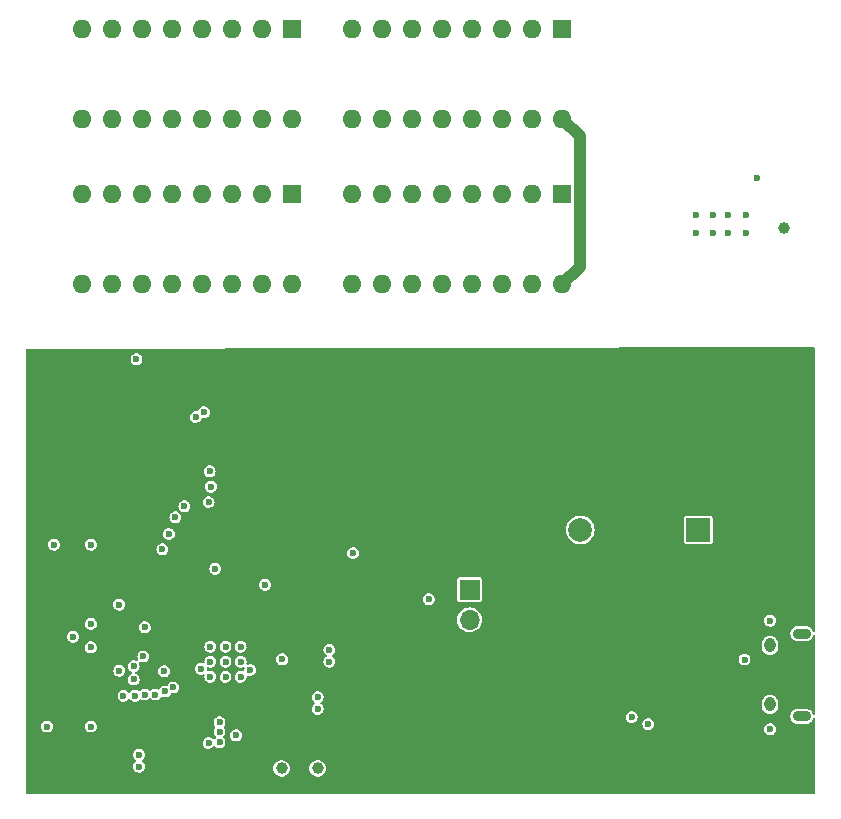
<source format=gbr>
%TF.GenerationSoftware,KiCad,Pcbnew,8.0.0-rc2*%
%TF.CreationDate,2024-01-29T17:44:33-08:00*%
%TF.ProjectId,fluke_884x_continuity_buzzer,666c756b-655f-4383-9834-785f636f6e74,REV1*%
%TF.SameCoordinates,Original*%
%TF.FileFunction,Copper,L2,Inr*%
%TF.FilePolarity,Positive*%
%FSLAX46Y46*%
G04 Gerber Fmt 4.6, Leading zero omitted, Abs format (unit mm)*
G04 Created by KiCad (PCBNEW 8.0.0-rc2) date 2024-01-29 17:44:33*
%MOMM*%
%LPD*%
G01*
G04 APERTURE LIST*
%TA.AperFunction,ComponentPad*%
%ADD10O,1.550000X0.890000*%
%TD*%
%TA.AperFunction,ComponentPad*%
%ADD11O,0.950000X1.250000*%
%TD*%
%TA.AperFunction,ComponentPad*%
%ADD12R,1.700000X1.700000*%
%TD*%
%TA.AperFunction,ComponentPad*%
%ADD13O,1.700000X1.700000*%
%TD*%
%TA.AperFunction,ComponentPad*%
%ADD14C,0.600000*%
%TD*%
%TA.AperFunction,ComponentPad*%
%ADD15R,2.000000X2.000000*%
%TD*%
%TA.AperFunction,ComponentPad*%
%ADD16C,2.000000*%
%TD*%
%TA.AperFunction,ComponentPad*%
%ADD17C,1.000000*%
%TD*%
%TA.AperFunction,ComponentPad*%
%ADD18R,1.600000X1.600000*%
%TD*%
%TA.AperFunction,ComponentPad*%
%ADD19O,1.600000X1.600000*%
%TD*%
%TA.AperFunction,ViaPad*%
%ADD20C,0.600000*%
%TD*%
%TA.AperFunction,Conductor*%
%ADD21C,1.000000*%
%TD*%
G04 APERTURE END LIST*
D10*
%TO.N,GND*%
%TO.C,J3*%
X65990000Y-64537500D03*
D11*
X63290000Y-63537500D03*
X63290000Y-58537500D03*
D10*
X65990000Y-57537500D03*
%TD*%
D12*
%TO.N,/~{USB_BOOT}*%
%TO.C,J2*%
X37860000Y-53825000D03*
D13*
%TO.N,GND*%
X37860000Y-56365000D03*
%TD*%
D14*
%TO.N,GND*%
%TO.C,U3*%
X18473800Y-58640400D03*
X17198800Y-58640400D03*
X15923800Y-58640400D03*
X18473800Y-59915400D03*
X17198800Y-59915400D03*
X15923800Y-59915400D03*
X18473800Y-61190400D03*
X17198800Y-61190400D03*
X15923800Y-61190400D03*
%TD*%
D15*
%TO.N,/GPIO28_ADC2*%
%TO.C,LS1*%
X57240000Y-48750000D03*
D16*
%TO.N,/GPIO29_ADC3*%
X47240000Y-48750000D03*
%TD*%
D17*
%TO.N,/GPIO27_ADC1*%
%TO.C,TP3*%
X24990000Y-68950000D03*
%TD*%
D18*
%TO.N,/PDP*%
%TO.C,P204*%
X22860000Y-6350000D03*
D19*
%TO.N,/PS1*%
X20320000Y-6350000D03*
%TO.N,/Pd*%
X17780000Y-6350000D03*
%TO.N,/Pe*%
X15240000Y-6350000D03*
%TO.N,/Pf*%
X12700000Y-6350000D03*
%TO.N,/Pg*%
X10160000Y-6350000D03*
%TO.N,/PS3*%
X7620000Y-6350000D03*
%TO.N,/PS2*%
X5080000Y-6350000D03*
%TO.N,/Pb*%
X5080000Y-13970000D03*
%TO.N,/Pa*%
X7620000Y-13970000D03*
%TO.N,/Pc*%
X10160000Y-13970000D03*
%TO.N,/G0*%
X12700000Y-13970000D03*
%TO.N,/G1*%
X15240000Y-13970000D03*
%TO.N,/G4*%
X17780000Y-13970000D03*
%TO.N,/G3*%
X20320000Y-13970000D03*
%TO.N,/G2*%
X22860000Y-13970000D03*
%TD*%
D18*
%TO.N,/PDP*%
%TO.C,J204*%
X22860000Y-20320000D03*
D19*
%TO.N,/PS1*%
X20320000Y-20320000D03*
%TO.N,/Pd*%
X17780000Y-20320000D03*
%TO.N,/Pe*%
X15240000Y-20320000D03*
%TO.N,/Pf*%
X12700000Y-20320000D03*
%TO.N,/Pg*%
X10160000Y-20320000D03*
%TO.N,/PS3*%
X7620000Y-20320000D03*
%TO.N,/PS2*%
X5080000Y-20320000D03*
%TO.N,/Pb*%
X5080000Y-27940000D03*
%TO.N,/Pa*%
X7620000Y-27940000D03*
%TO.N,/Pc*%
X10160000Y-27940000D03*
%TO.N,/G0*%
X12700000Y-27940000D03*
%TO.N,/G1*%
X15240000Y-27940000D03*
%TO.N,/G4*%
X17780000Y-27940000D03*
%TO.N,/G3*%
X20320000Y-27940000D03*
%TO.N,/G2*%
X22860000Y-27940000D03*
%TD*%
D18*
%TO.N,/F1*%
%TO.C,J203*%
X45720000Y-20320000D03*
D19*
%TO.N,/F2*%
X43180000Y-20320000D03*
%TO.N,/S2*%
X40640000Y-20320000D03*
%TO.N,/S1*%
X38100000Y-20320000D03*
%TO.N,/S0*%
X35560000Y-20320000D03*
%TO.N,/G5*%
X33020000Y-20320000D03*
%TO.N,/G7*%
X30480000Y-20320000D03*
%TO.N,/G6*%
X27940000Y-20320000D03*
%TO.N,/RL0*%
X27940000Y-27940000D03*
%TO.N,/RL1*%
X30480000Y-27940000D03*
%TO.N,/RL6*%
X33020000Y-27940000D03*
%TO.N,/RL4*%
X35560000Y-27940000D03*
%TO.N,/RL2*%
X38100000Y-27940000D03*
%TO.N,/RL5*%
X40640000Y-27940000D03*
%TO.N,/RL3*%
X43180000Y-27940000D03*
%TO.N,GND*%
X45720000Y-27940000D03*
%TD*%
D17*
%TO.N,GND*%
%TO.C,TP1*%
X64460000Y-23200000D03*
%TD*%
%TO.N,/GPIO26_ADC0*%
%TO.C,TP2*%
X21940000Y-68950000D03*
%TD*%
D18*
%TO.N,/F1*%
%TO.C,P203*%
X45720000Y-6350000D03*
D19*
%TO.N,/F2*%
X43180000Y-6350000D03*
%TO.N,/S2*%
X40640000Y-6350000D03*
%TO.N,/S1*%
X38100000Y-6350000D03*
%TO.N,/S0*%
X35560000Y-6350000D03*
%TO.N,/G5*%
X33020000Y-6350000D03*
%TO.N,/G7*%
X30480000Y-6350000D03*
%TO.N,/G6*%
X27940000Y-6350000D03*
%TO.N,/RL0*%
X27940000Y-13970000D03*
%TO.N,/RL1*%
X30480000Y-13970000D03*
%TO.N,/RL6*%
X33020000Y-13970000D03*
%TO.N,/RL4*%
X35560000Y-13970000D03*
%TO.N,/RL2*%
X38100000Y-13970000D03*
%TO.N,/RL5*%
X40640000Y-13970000D03*
%TO.N,/RL3*%
X43180000Y-13970000D03*
%TO.N,GND*%
X45720000Y-13970000D03*
%TD*%
D20*
%TO.N,GND*%
X9860000Y-68800000D03*
X25998800Y-58915400D03*
X5798800Y-58705400D03*
X57060000Y-23600000D03*
X16340000Y-52050000D03*
X25998800Y-59915400D03*
X8210300Y-60677400D03*
X58460000Y-22100000D03*
X24998800Y-62915400D03*
X5798800Y-56715400D03*
X4298800Y-57805400D03*
X24998800Y-63915400D03*
X2667000Y-50005400D03*
X5798800Y-65405400D03*
X59760000Y-23600000D03*
X2098800Y-65405400D03*
X5798800Y-50005400D03*
X9416800Y-61415400D03*
X58460000Y-23600000D03*
X9860000Y-67800000D03*
X15760000Y-66800000D03*
X61260000Y-23600000D03*
X27999000Y-50715400D03*
X8198800Y-55089400D03*
X59760000Y-22100000D03*
X61140000Y-59737500D03*
X10242300Y-59470900D03*
X63315200Y-56437500D03*
X34399000Y-54615400D03*
X57060000Y-22100000D03*
X9416800Y-60296400D03*
X61260000Y-22100000D03*
X20560000Y-53400000D03*
X10369300Y-56994400D03*
X63315200Y-65637500D03*
X62209800Y-19000000D03*
%TO.N,+3V3*%
X17235000Y-38300000D03*
X2060000Y-38400000D03*
X49460000Y-37200000D03*
X24160000Y-38400000D03*
X12995000Y-67700000D03*
X49460000Y-39500000D03*
X8460000Y-34600000D03*
X24860000Y-34200000D03*
X38132500Y-38027500D03*
X14681200Y-58978800D03*
X14833600Y-62280800D03*
X30360000Y-38100000D03*
X12460000Y-38300000D03*
X19160000Y-34000000D03*
X39160000Y-34500000D03*
X7360000Y-38400000D03*
X49460000Y-35900000D03*
X32210000Y-34250000D03*
X22656800Y-60265400D03*
X14160000Y-34200000D03*
X49460000Y-38400000D03*
%TO.N,+1V1*%
X19298800Y-60615400D03*
X21998800Y-59715400D03*
X11998800Y-60715400D03*
X15098800Y-60515400D03*
%TO.N,G0_3V*%
X16690000Y-65850000D03*
X15860000Y-43800000D03*
%TO.N,G1_3V*%
X16690000Y-66750000D03*
X15360000Y-38800000D03*
%TO.N,PA_3V*%
X11260000Y-62700000D03*
X13719488Y-46764116D03*
%TO.N,PB_3V*%
X9560000Y-62800000D03*
X12410000Y-49100000D03*
%TO.N,PC_3V*%
X12760000Y-62100000D03*
X15760000Y-46400000D03*
%TO.N,PE_3V*%
X18090000Y-66150000D03*
X14660000Y-39200000D03*
%TO.N,PG_3V*%
X12089177Y-62435411D03*
X9660000Y-34300000D03*
%TO.N,PS2_3V*%
X8560000Y-62800000D03*
X11860000Y-50400000D03*
%TO.N,PS3_3V*%
X12960000Y-47700000D03*
X10360000Y-62700000D03*
%TO.N,/GPIO29_ADC3*%
X51590000Y-64600000D03*
%TO.N,/GPIO28_ADC2*%
X52990000Y-65200000D03*
%TO.N,PF_3V*%
X15960000Y-45100000D03*
X16690000Y-65050000D03*
%TD*%
D21*
%TO.N,GND*%
X47170000Y-26490000D02*
X45720000Y-27940000D01*
X45720000Y-13970000D02*
X47170000Y-15420000D01*
X47170000Y-15420000D02*
X47170000Y-26490000D01*
%TD*%
%TA.AperFunction,Conductor*%
%TO.N,+3V3*%
G36*
X67088584Y-33330428D02*
G01*
X67124614Y-33379880D01*
X67129500Y-33410598D01*
X67129500Y-57307326D01*
X67110593Y-57365517D01*
X67061093Y-57401481D01*
X66999907Y-57401481D01*
X66950407Y-57365517D01*
X66939036Y-57345212D01*
X66892034Y-57231741D01*
X66881449Y-57215899D01*
X66821392Y-57126018D01*
X66731482Y-57036108D01*
X66625759Y-56965466D01*
X66625760Y-56965466D01*
X66625758Y-56965465D01*
X66508288Y-56916807D01*
X66508282Y-56916805D01*
X66383578Y-56892000D01*
X66383576Y-56892000D01*
X65596424Y-56892000D01*
X65596421Y-56892000D01*
X65471717Y-56916805D01*
X65471711Y-56916807D01*
X65354241Y-56965465D01*
X65248518Y-57036108D01*
X65248514Y-57036111D01*
X65158611Y-57126014D01*
X65158608Y-57126018D01*
X65087965Y-57231741D01*
X65039307Y-57349211D01*
X65039305Y-57349217D01*
X65014500Y-57473921D01*
X65014500Y-57601078D01*
X65039305Y-57725782D01*
X65039307Y-57725788D01*
X65087965Y-57843258D01*
X65087966Y-57843259D01*
X65158608Y-57948982D01*
X65248518Y-58038892D01*
X65354241Y-58109534D01*
X65471715Y-58158194D01*
X65596424Y-58183000D01*
X65596425Y-58183000D01*
X66383575Y-58183000D01*
X66383576Y-58183000D01*
X66508285Y-58158194D01*
X66625759Y-58109534D01*
X66731482Y-58038892D01*
X66821392Y-57948982D01*
X66892034Y-57843259D01*
X66939036Y-57729786D01*
X66978773Y-57683262D01*
X67038268Y-57668978D01*
X67094796Y-57692393D01*
X67126765Y-57744562D01*
X67129500Y-57767673D01*
X67129500Y-64307326D01*
X67110593Y-64365517D01*
X67061093Y-64401481D01*
X66999907Y-64401481D01*
X66950407Y-64365517D01*
X66939036Y-64345212D01*
X66892034Y-64231741D01*
X66878974Y-64212195D01*
X66821392Y-64126018D01*
X66731482Y-64036108D01*
X66625759Y-63965466D01*
X66625760Y-63965466D01*
X66625758Y-63965465D01*
X66508288Y-63916807D01*
X66508282Y-63916805D01*
X66383578Y-63892000D01*
X66383576Y-63892000D01*
X65596424Y-63892000D01*
X65596421Y-63892000D01*
X65471717Y-63916805D01*
X65471711Y-63916807D01*
X65354241Y-63965465D01*
X65248518Y-64036108D01*
X65248514Y-64036111D01*
X65158611Y-64126014D01*
X65158608Y-64126018D01*
X65087965Y-64231741D01*
X65039307Y-64349211D01*
X65039305Y-64349217D01*
X65014500Y-64473921D01*
X65014500Y-64601078D01*
X65039305Y-64725782D01*
X65039307Y-64725788D01*
X65087965Y-64843258D01*
X65087966Y-64843259D01*
X65158608Y-64948982D01*
X65248518Y-65038892D01*
X65354241Y-65109534D01*
X65471715Y-65158194D01*
X65596424Y-65183000D01*
X65596425Y-65183000D01*
X66383575Y-65183000D01*
X66383576Y-65183000D01*
X66508285Y-65158194D01*
X66625759Y-65109534D01*
X66731482Y-65038892D01*
X66821392Y-64948982D01*
X66892034Y-64843259D01*
X66939036Y-64729786D01*
X66978773Y-64683262D01*
X67038268Y-64668978D01*
X67094796Y-64692393D01*
X67126765Y-64744562D01*
X67129500Y-64767673D01*
X67129500Y-70984100D01*
X67110593Y-71042291D01*
X67061093Y-71078255D01*
X67030500Y-71083100D01*
X399500Y-71083100D01*
X341309Y-71064193D01*
X305345Y-71014693D01*
X300500Y-70984100D01*
X300500Y-68800002D01*
X9354353Y-68800002D01*
X9374834Y-68942456D01*
X9378280Y-68950001D01*
X9434623Y-69073373D01*
X9474048Y-69118872D01*
X9528873Y-69182144D01*
X9649942Y-69259950D01*
X9649947Y-69259953D01*
X9756403Y-69291211D01*
X9788035Y-69300499D01*
X9788036Y-69300499D01*
X9788039Y-69300500D01*
X9788041Y-69300500D01*
X9931959Y-69300500D01*
X9931961Y-69300500D01*
X10070053Y-69259953D01*
X10191128Y-69182143D01*
X10285377Y-69073373D01*
X10341720Y-68950000D01*
X21234355Y-68950000D01*
X21254860Y-69118872D01*
X21315182Y-69277930D01*
X21411817Y-69417929D01*
X21539148Y-69530734D01*
X21689775Y-69609790D01*
X21854944Y-69650500D01*
X21854947Y-69650500D01*
X22025053Y-69650500D01*
X22025056Y-69650500D01*
X22190225Y-69609790D01*
X22340852Y-69530734D01*
X22468183Y-69417929D01*
X22564818Y-69277930D01*
X22625140Y-69118872D01*
X22645645Y-68950000D01*
X24284355Y-68950000D01*
X24304860Y-69118872D01*
X24365182Y-69277930D01*
X24461817Y-69417929D01*
X24589148Y-69530734D01*
X24739775Y-69609790D01*
X24904944Y-69650500D01*
X24904947Y-69650500D01*
X25075053Y-69650500D01*
X25075056Y-69650500D01*
X25240225Y-69609790D01*
X25390852Y-69530734D01*
X25518183Y-69417929D01*
X25614818Y-69277930D01*
X25675140Y-69118872D01*
X25695645Y-68950000D01*
X25675140Y-68781128D01*
X25614818Y-68622070D01*
X25518183Y-68482071D01*
X25390852Y-68369266D01*
X25240225Y-68290210D01*
X25240224Y-68290209D01*
X25240223Y-68290209D01*
X25075058Y-68249500D01*
X25075056Y-68249500D01*
X24904944Y-68249500D01*
X24904941Y-68249500D01*
X24739776Y-68290209D01*
X24589146Y-68369267D01*
X24461818Y-68482069D01*
X24461817Y-68482071D01*
X24365182Y-68622070D01*
X24304860Y-68781128D01*
X24284355Y-68950000D01*
X22645645Y-68950000D01*
X22625140Y-68781128D01*
X22564818Y-68622070D01*
X22468183Y-68482071D01*
X22340852Y-68369266D01*
X22190225Y-68290210D01*
X22190224Y-68290209D01*
X22190223Y-68290209D01*
X22025058Y-68249500D01*
X22025056Y-68249500D01*
X21854944Y-68249500D01*
X21854941Y-68249500D01*
X21689776Y-68290209D01*
X21539146Y-68369267D01*
X21411818Y-68482069D01*
X21411817Y-68482071D01*
X21315182Y-68622070D01*
X21254860Y-68781128D01*
X21234355Y-68950000D01*
X10341720Y-68950000D01*
X10345165Y-68942457D01*
X10365647Y-68800000D01*
X10345165Y-68657543D01*
X10285377Y-68526627D01*
X10191128Y-68417857D01*
X10191127Y-68417856D01*
X10191126Y-68417855D01*
X10137331Y-68383284D01*
X10098600Y-68335919D01*
X10095106Y-68274833D01*
X10128185Y-68223360D01*
X10137331Y-68216716D01*
X10191126Y-68182144D01*
X10191125Y-68182144D01*
X10191128Y-68182143D01*
X10285377Y-68073373D01*
X10345165Y-67942457D01*
X10365647Y-67800000D01*
X10345165Y-67657543D01*
X10285377Y-67526627D01*
X10191128Y-67417857D01*
X10191127Y-67417856D01*
X10191126Y-67417855D01*
X10070057Y-67340049D01*
X10070054Y-67340047D01*
X10070053Y-67340047D01*
X10070050Y-67340046D01*
X9931964Y-67299500D01*
X9931961Y-67299500D01*
X9788039Y-67299500D01*
X9788035Y-67299500D01*
X9649949Y-67340046D01*
X9649942Y-67340049D01*
X9528873Y-67417855D01*
X9434622Y-67526628D01*
X9374834Y-67657543D01*
X9354353Y-67799997D01*
X9354353Y-67800002D01*
X9374834Y-67942456D01*
X9434622Y-68073371D01*
X9434623Y-68073373D01*
X9528872Y-68182143D01*
X9582669Y-68216716D01*
X9621400Y-68264082D01*
X9624893Y-68325168D01*
X9591813Y-68376640D01*
X9582669Y-68383284D01*
X9528872Y-68417857D01*
X9434622Y-68526628D01*
X9374834Y-68657543D01*
X9354353Y-68799997D01*
X9354353Y-68800002D01*
X300500Y-68800002D01*
X300500Y-66800002D01*
X15254353Y-66800002D01*
X15274834Y-66942456D01*
X15327326Y-67057396D01*
X15334623Y-67073373D01*
X15385548Y-67132144D01*
X15428873Y-67182144D01*
X15549942Y-67259950D01*
X15549947Y-67259953D01*
X15656403Y-67291211D01*
X15688035Y-67300499D01*
X15688036Y-67300499D01*
X15688039Y-67300500D01*
X15688041Y-67300500D01*
X15831959Y-67300500D01*
X15831961Y-67300500D01*
X15970053Y-67259953D01*
X16091128Y-67182143D01*
X16171844Y-67088990D01*
X16224238Y-67057396D01*
X16285199Y-67062631D01*
X16321481Y-67088992D01*
X16358870Y-67132141D01*
X16358872Y-67132143D01*
X16436673Y-67182143D01*
X16479947Y-67209953D01*
X16586403Y-67241211D01*
X16618035Y-67250499D01*
X16618036Y-67250499D01*
X16618039Y-67250500D01*
X16618041Y-67250500D01*
X16761959Y-67250500D01*
X16761961Y-67250500D01*
X16900053Y-67209953D01*
X17021128Y-67132143D01*
X17115377Y-67023373D01*
X17175165Y-66892457D01*
X17195647Y-66750000D01*
X17175165Y-66607543D01*
X17115377Y-66476627D01*
X17021128Y-66367857D01*
X17018506Y-66364831D01*
X16994688Y-66308472D01*
X17008547Y-66248876D01*
X17018506Y-66235169D01*
X17021128Y-66232143D01*
X17092303Y-66150002D01*
X17584353Y-66150002D01*
X17604834Y-66292456D01*
X17637887Y-66364831D01*
X17664623Y-66423373D01*
X17754093Y-66526628D01*
X17758873Y-66532144D01*
X17846391Y-66588388D01*
X17879947Y-66609953D01*
X17986403Y-66641211D01*
X18018035Y-66650499D01*
X18018036Y-66650499D01*
X18018039Y-66650500D01*
X18018041Y-66650500D01*
X18161959Y-66650500D01*
X18161961Y-66650500D01*
X18300053Y-66609953D01*
X18421128Y-66532143D01*
X18515377Y-66423373D01*
X18575165Y-66292457D01*
X18595647Y-66150000D01*
X18591818Y-66123371D01*
X18575165Y-66007543D01*
X18568275Y-65992456D01*
X18515377Y-65876627D01*
X18421128Y-65767857D01*
X18421127Y-65767856D01*
X18421126Y-65767855D01*
X18300057Y-65690049D01*
X18300054Y-65690047D01*
X18300053Y-65690047D01*
X18300050Y-65690046D01*
X18161964Y-65649500D01*
X18161961Y-65649500D01*
X18018039Y-65649500D01*
X18018035Y-65649500D01*
X17879949Y-65690046D01*
X17879942Y-65690049D01*
X17758873Y-65767855D01*
X17664622Y-65876628D01*
X17604834Y-66007543D01*
X17584353Y-66149997D01*
X17584353Y-66150002D01*
X17092303Y-66150002D01*
X17115377Y-66123373D01*
X17175165Y-65992457D01*
X17195647Y-65850000D01*
X17186667Y-65787544D01*
X17175165Y-65707543D01*
X17143177Y-65637500D01*
X17115377Y-65576627D01*
X17061828Y-65514828D01*
X17038012Y-65458473D01*
X17051870Y-65398877D01*
X17061820Y-65385180D01*
X17115377Y-65323373D01*
X17171719Y-65200002D01*
X52484353Y-65200002D01*
X52504834Y-65342456D01*
X52550080Y-65441529D01*
X52564623Y-65473373D01*
X52654093Y-65576628D01*
X52658873Y-65582144D01*
X52779942Y-65659950D01*
X52779947Y-65659953D01*
X52882436Y-65690046D01*
X52918035Y-65700499D01*
X52918036Y-65700499D01*
X52918039Y-65700500D01*
X52918041Y-65700500D01*
X53061959Y-65700500D01*
X53061961Y-65700500D01*
X53200053Y-65659953D01*
X53234988Y-65637502D01*
X62809553Y-65637502D01*
X62830034Y-65779956D01*
X62887551Y-65905899D01*
X62889823Y-65910873D01*
X62984072Y-66019643D01*
X62984073Y-66019644D01*
X63105142Y-66097450D01*
X63105147Y-66097453D01*
X63211603Y-66128711D01*
X63243235Y-66137999D01*
X63243236Y-66137999D01*
X63243239Y-66138000D01*
X63243241Y-66138000D01*
X63387159Y-66138000D01*
X63387161Y-66138000D01*
X63525253Y-66097453D01*
X63646328Y-66019643D01*
X63740577Y-65910873D01*
X63800365Y-65779957D01*
X63807192Y-65732471D01*
X63820847Y-65637502D01*
X63820847Y-65637497D01*
X63800365Y-65495043D01*
X63740577Y-65364127D01*
X63646328Y-65255357D01*
X63646327Y-65255356D01*
X63646326Y-65255355D01*
X63525257Y-65177549D01*
X63525254Y-65177547D01*
X63525253Y-65177547D01*
X63525250Y-65177546D01*
X63387164Y-65137000D01*
X63387161Y-65137000D01*
X63243239Y-65137000D01*
X63243235Y-65137000D01*
X63105149Y-65177546D01*
X63105142Y-65177549D01*
X62984073Y-65255355D01*
X62889822Y-65364128D01*
X62830034Y-65495043D01*
X62809553Y-65637497D01*
X62809553Y-65637502D01*
X53234988Y-65637502D01*
X53321128Y-65582143D01*
X53415377Y-65473373D01*
X53475165Y-65342457D01*
X53495647Y-65200000D01*
X53494562Y-65192457D01*
X53475165Y-65057543D01*
X53440731Y-64982144D01*
X53415377Y-64926627D01*
X53321128Y-64817857D01*
X53321127Y-64817856D01*
X53321126Y-64817855D01*
X53200057Y-64740049D01*
X53200054Y-64740047D01*
X53200053Y-64740047D01*
X53200050Y-64740046D01*
X53061964Y-64699500D01*
X53061961Y-64699500D01*
X52918039Y-64699500D01*
X52918035Y-64699500D01*
X52779949Y-64740046D01*
X52779942Y-64740049D01*
X52658873Y-64817855D01*
X52564622Y-64926628D01*
X52504834Y-65057543D01*
X52484353Y-65199997D01*
X52484353Y-65200002D01*
X17171719Y-65200002D01*
X17175165Y-65192457D01*
X17183853Y-65132027D01*
X17195647Y-65050002D01*
X17195647Y-65049997D01*
X17175165Y-64907543D01*
X17145807Y-64843259D01*
X17115377Y-64776627D01*
X17021128Y-64667857D01*
X17021127Y-64667856D01*
X17021126Y-64667855D01*
X16915544Y-64600002D01*
X51084353Y-64600002D01*
X51104834Y-64742456D01*
X51139268Y-64817855D01*
X51164623Y-64873373D01*
X51230138Y-64948982D01*
X51258873Y-64982144D01*
X51364463Y-65050002D01*
X51379947Y-65059953D01*
X51486403Y-65091211D01*
X51518035Y-65100499D01*
X51518036Y-65100499D01*
X51518039Y-65100500D01*
X51518041Y-65100500D01*
X51661959Y-65100500D01*
X51661961Y-65100500D01*
X51800053Y-65059953D01*
X51921128Y-64982143D01*
X52015377Y-64873373D01*
X52075165Y-64742457D01*
X52095492Y-64601078D01*
X52095647Y-64600002D01*
X52095647Y-64599997D01*
X52075165Y-64457543D01*
X52056147Y-64415900D01*
X52015377Y-64326627D01*
X51921128Y-64217857D01*
X51921127Y-64217856D01*
X51921126Y-64217855D01*
X51800057Y-64140049D01*
X51800054Y-64140047D01*
X51800053Y-64140047D01*
X51800050Y-64140046D01*
X51661964Y-64099500D01*
X51661961Y-64099500D01*
X51518039Y-64099500D01*
X51518035Y-64099500D01*
X51379949Y-64140046D01*
X51379942Y-64140049D01*
X51258873Y-64217855D01*
X51164622Y-64326628D01*
X51104834Y-64457543D01*
X51084353Y-64599997D01*
X51084353Y-64600002D01*
X16915544Y-64600002D01*
X16900057Y-64590049D01*
X16900054Y-64590047D01*
X16900053Y-64590047D01*
X16900050Y-64590046D01*
X16761964Y-64549500D01*
X16761961Y-64549500D01*
X16618039Y-64549500D01*
X16618035Y-64549500D01*
X16479949Y-64590046D01*
X16479942Y-64590049D01*
X16358873Y-64667855D01*
X16264622Y-64776628D01*
X16204834Y-64907543D01*
X16184353Y-65049997D01*
X16184353Y-65050002D01*
X16204834Y-65192456D01*
X16264623Y-65323373D01*
X16318169Y-65385170D01*
X16341986Y-65441529D01*
X16328127Y-65501124D01*
X16318169Y-65514830D01*
X16264623Y-65576626D01*
X16204834Y-65707543D01*
X16184353Y-65849997D01*
X16184353Y-65850002D01*
X16204834Y-65992456D01*
X16264622Y-66123371D01*
X16264623Y-66123373D01*
X16358509Y-66231725D01*
X16361494Y-66235169D01*
X16385311Y-66291529D01*
X16371452Y-66351124D01*
X16361493Y-66364831D01*
X16278156Y-66461007D01*
X16225760Y-66492603D01*
X16164799Y-66487367D01*
X16128518Y-66461007D01*
X16091129Y-66417857D01*
X16091127Y-66417856D01*
X15970057Y-66340049D01*
X15970054Y-66340047D01*
X15970053Y-66340047D01*
X15970050Y-66340046D01*
X15831964Y-66299500D01*
X15831961Y-66299500D01*
X15688039Y-66299500D01*
X15688035Y-66299500D01*
X15549949Y-66340046D01*
X15549942Y-66340049D01*
X15428873Y-66417855D01*
X15334622Y-66526628D01*
X15274834Y-66657543D01*
X15254353Y-66799997D01*
X15254353Y-66800002D01*
X300500Y-66800002D01*
X300500Y-65405402D01*
X1593153Y-65405402D01*
X1613634Y-65547856D01*
X1654574Y-65637500D01*
X1673423Y-65678773D01*
X1750614Y-65767857D01*
X1767673Y-65787544D01*
X1864857Y-65850000D01*
X1888747Y-65865353D01*
X1995203Y-65896611D01*
X2026835Y-65905899D01*
X2026836Y-65905899D01*
X2026839Y-65905900D01*
X2026841Y-65905900D01*
X2170759Y-65905900D01*
X2170761Y-65905900D01*
X2308853Y-65865353D01*
X2429928Y-65787543D01*
X2524177Y-65678773D01*
X2583965Y-65547857D01*
X2598035Y-65450000D01*
X2604447Y-65405402D01*
X5293153Y-65405402D01*
X5313634Y-65547856D01*
X5354574Y-65637500D01*
X5373423Y-65678773D01*
X5450614Y-65767857D01*
X5467673Y-65787544D01*
X5564857Y-65850000D01*
X5588747Y-65865353D01*
X5695203Y-65896611D01*
X5726835Y-65905899D01*
X5726836Y-65905899D01*
X5726839Y-65905900D01*
X5726841Y-65905900D01*
X5870759Y-65905900D01*
X5870761Y-65905900D01*
X6008853Y-65865353D01*
X6129928Y-65787543D01*
X6224177Y-65678773D01*
X6283965Y-65547857D01*
X6298035Y-65450000D01*
X6304447Y-65405402D01*
X6304447Y-65405397D01*
X6283965Y-65262943D01*
X6255220Y-65200002D01*
X6224177Y-65132027D01*
X6129928Y-65023257D01*
X6129927Y-65023256D01*
X6129926Y-65023255D01*
X6008857Y-64945449D01*
X6008854Y-64945447D01*
X6008853Y-64945447D01*
X6008850Y-64945446D01*
X5870764Y-64904900D01*
X5870761Y-64904900D01*
X5726839Y-64904900D01*
X5726835Y-64904900D01*
X5588749Y-64945446D01*
X5588742Y-64945449D01*
X5467673Y-65023255D01*
X5373422Y-65132028D01*
X5313634Y-65262943D01*
X5293153Y-65405397D01*
X5293153Y-65405402D01*
X2604447Y-65405402D01*
X2604447Y-65405397D01*
X2583965Y-65262943D01*
X2555220Y-65200002D01*
X2524177Y-65132027D01*
X2429928Y-65023257D01*
X2429927Y-65023256D01*
X2429926Y-65023255D01*
X2308857Y-64945449D01*
X2308854Y-64945447D01*
X2308853Y-64945447D01*
X2308850Y-64945446D01*
X2170764Y-64904900D01*
X2170761Y-64904900D01*
X2026839Y-64904900D01*
X2026835Y-64904900D01*
X1888749Y-64945446D01*
X1888742Y-64945449D01*
X1767673Y-65023255D01*
X1673422Y-65132028D01*
X1613634Y-65262943D01*
X1593153Y-65405397D01*
X1593153Y-65405402D01*
X300500Y-65405402D01*
X300500Y-63915402D01*
X24493153Y-63915402D01*
X24513634Y-64057856D01*
X24544763Y-64126018D01*
X24573423Y-64188773D01*
X24610655Y-64231741D01*
X24667673Y-64297544D01*
X24788742Y-64375350D01*
X24788747Y-64375353D01*
X24877732Y-64401481D01*
X24926835Y-64415899D01*
X24926836Y-64415899D01*
X24926839Y-64415900D01*
X24926841Y-64415900D01*
X25070759Y-64415900D01*
X25070761Y-64415900D01*
X25208853Y-64375353D01*
X25329928Y-64297543D01*
X25424177Y-64188773D01*
X25483965Y-64057857D01*
X25504447Y-63915400D01*
X25504447Y-63915394D01*
X25483965Y-63772943D01*
X25475328Y-63754031D01*
X62614500Y-63754031D01*
X62640460Y-63884537D01*
X62691378Y-64007466D01*
X62691379Y-64007468D01*
X62691380Y-64007469D01*
X62765305Y-64118106D01*
X62859394Y-64212195D01*
X62970031Y-64286120D01*
X63092964Y-64337040D01*
X63223469Y-64363000D01*
X63223470Y-64363000D01*
X63356530Y-64363000D01*
X63356531Y-64363000D01*
X63487036Y-64337040D01*
X63609969Y-64286120D01*
X63720606Y-64212195D01*
X63814695Y-64118106D01*
X63888620Y-64007469D01*
X63939540Y-63884536D01*
X63965500Y-63754031D01*
X63965500Y-63320969D01*
X63939540Y-63190464D01*
X63894673Y-63082144D01*
X63888621Y-63067533D01*
X63875060Y-63047238D01*
X63814695Y-62956894D01*
X63720606Y-62862805D01*
X63685392Y-62839276D01*
X63609966Y-62788878D01*
X63487037Y-62737960D01*
X63356531Y-62712000D01*
X63223469Y-62712000D01*
X63223468Y-62712000D01*
X63092962Y-62737960D01*
X62970033Y-62788878D01*
X62859397Y-62862802D01*
X62765302Y-62956897D01*
X62691378Y-63067533D01*
X62640460Y-63190462D01*
X62614500Y-63320968D01*
X62614500Y-63754031D01*
X25475328Y-63754031D01*
X25424177Y-63642028D01*
X25424177Y-63642027D01*
X25329928Y-63533257D01*
X25329927Y-63533256D01*
X25329926Y-63533255D01*
X25276131Y-63498684D01*
X25237400Y-63451319D01*
X25233906Y-63390233D01*
X25266985Y-63338760D01*
X25276131Y-63332116D01*
X25329928Y-63297543D01*
X25424177Y-63188773D01*
X25483965Y-63057857D01*
X25504447Y-62915400D01*
X25501566Y-62895364D01*
X25483965Y-62772943D01*
X25478384Y-62760723D01*
X25424177Y-62642027D01*
X25329928Y-62533257D01*
X25329927Y-62533256D01*
X25329926Y-62533255D01*
X25208857Y-62455449D01*
X25208854Y-62455447D01*
X25208853Y-62455447D01*
X25203091Y-62453755D01*
X25070764Y-62414900D01*
X25070761Y-62414900D01*
X24926839Y-62414900D01*
X24926835Y-62414900D01*
X24788749Y-62455446D01*
X24788742Y-62455449D01*
X24667673Y-62533255D01*
X24573422Y-62642028D01*
X24513634Y-62772943D01*
X24493153Y-62915397D01*
X24493153Y-62915402D01*
X24513634Y-63057856D01*
X24573422Y-63188771D01*
X24573423Y-63188773D01*
X24667672Y-63297543D01*
X24721469Y-63332116D01*
X24760200Y-63379482D01*
X24763693Y-63440568D01*
X24730613Y-63492040D01*
X24721469Y-63498684D01*
X24667672Y-63533257D01*
X24573422Y-63642028D01*
X24513634Y-63772943D01*
X24493153Y-63915394D01*
X24493153Y-63915402D01*
X300500Y-63915402D01*
X300500Y-62800002D01*
X8054353Y-62800002D01*
X8074834Y-62942456D01*
X8127537Y-63057857D01*
X8134623Y-63073373D01*
X8228871Y-63182142D01*
X8228873Y-63182144D01*
X8257436Y-63200500D01*
X8349947Y-63259953D01*
X8456403Y-63291211D01*
X8488035Y-63300499D01*
X8488036Y-63300499D01*
X8488039Y-63300500D01*
X8488041Y-63300500D01*
X8631959Y-63300500D01*
X8631961Y-63300500D01*
X8770053Y-63259953D01*
X8891128Y-63182143D01*
X8985182Y-63073597D01*
X9037576Y-63042003D01*
X9098537Y-63047238D01*
X9134816Y-63073596D01*
X9228871Y-63182142D01*
X9228873Y-63182144D01*
X9257436Y-63200500D01*
X9349947Y-63259953D01*
X9456403Y-63291211D01*
X9488035Y-63300499D01*
X9488036Y-63300499D01*
X9488039Y-63300500D01*
X9488041Y-63300500D01*
X9631959Y-63300500D01*
X9631961Y-63300500D01*
X9770053Y-63259953D01*
X9891128Y-63182143D01*
X9939876Y-63125883D01*
X9992272Y-63094287D01*
X10053233Y-63099522D01*
X10068219Y-63107430D01*
X10149947Y-63159953D01*
X10248093Y-63188771D01*
X10288035Y-63200499D01*
X10288036Y-63200499D01*
X10288039Y-63200500D01*
X10288041Y-63200500D01*
X10431959Y-63200500D01*
X10431961Y-63200500D01*
X10570053Y-63159953D01*
X10691128Y-63082143D01*
X10735181Y-63031302D01*
X10787576Y-62999707D01*
X10848537Y-63004942D01*
X10884817Y-63031301D01*
X10921271Y-63073371D01*
X10928873Y-63082144D01*
X10947768Y-63094287D01*
X11049947Y-63159953D01*
X11148093Y-63188771D01*
X11188035Y-63200499D01*
X11188036Y-63200499D01*
X11188039Y-63200500D01*
X11188041Y-63200500D01*
X11331959Y-63200500D01*
X11331961Y-63200500D01*
X11470053Y-63159953D01*
X11591128Y-63082143D01*
X11685377Y-62973373D01*
X11709419Y-62920728D01*
X11750789Y-62875653D01*
X11810755Y-62863501D01*
X11852992Y-62878570D01*
X11879124Y-62895364D01*
X11961175Y-62919456D01*
X12017212Y-62935910D01*
X12017213Y-62935910D01*
X12017216Y-62935911D01*
X12017218Y-62935911D01*
X12161136Y-62935911D01*
X12161138Y-62935911D01*
X12299230Y-62895364D01*
X12420305Y-62817554D01*
X12514554Y-62708784D01*
X12543035Y-62646417D01*
X12584406Y-62601342D01*
X12644372Y-62589190D01*
X12660979Y-62592555D01*
X12688035Y-62600499D01*
X12688036Y-62600499D01*
X12688039Y-62600500D01*
X12688040Y-62600500D01*
X12831959Y-62600500D01*
X12831961Y-62600500D01*
X12970053Y-62559953D01*
X13091128Y-62482143D01*
X13185377Y-62373373D01*
X13245165Y-62242457D01*
X13265647Y-62100000D01*
X13245165Y-61957543D01*
X13185377Y-61826627D01*
X13091128Y-61717857D01*
X13091127Y-61717856D01*
X13091126Y-61717855D01*
X12970057Y-61640049D01*
X12970054Y-61640047D01*
X12970053Y-61640047D01*
X12970050Y-61640046D01*
X12831964Y-61599500D01*
X12831961Y-61599500D01*
X12688039Y-61599500D01*
X12688035Y-61599500D01*
X12549949Y-61640046D01*
X12549942Y-61640049D01*
X12428873Y-61717855D01*
X12334622Y-61826628D01*
X12306141Y-61888992D01*
X12264769Y-61934069D01*
X12204802Y-61946220D01*
X12188199Y-61942856D01*
X12161139Y-61934911D01*
X12161138Y-61934911D01*
X12017216Y-61934911D01*
X12017212Y-61934911D01*
X11879126Y-61975457D01*
X11879119Y-61975460D01*
X11758050Y-62053266D01*
X11663799Y-62162038D01*
X11639757Y-62214682D01*
X11598384Y-62259759D01*
X11538417Y-62271908D01*
X11496181Y-62256838D01*
X11470057Y-62240049D01*
X11470054Y-62240047D01*
X11470053Y-62240047D01*
X11470050Y-62240046D01*
X11331964Y-62199500D01*
X11331961Y-62199500D01*
X11188039Y-62199500D01*
X11188035Y-62199500D01*
X11049949Y-62240046D01*
X11049942Y-62240049D01*
X10928872Y-62317856D01*
X10928870Y-62317858D01*
X10884819Y-62368696D01*
X10832423Y-62400292D01*
X10771462Y-62395056D01*
X10735181Y-62368696D01*
X10691129Y-62317858D01*
X10691127Y-62317856D01*
X10570057Y-62240049D01*
X10570054Y-62240047D01*
X10570053Y-62240047D01*
X10570050Y-62240046D01*
X10431964Y-62199500D01*
X10431961Y-62199500D01*
X10288039Y-62199500D01*
X10288035Y-62199500D01*
X10149949Y-62240046D01*
X10149942Y-62240049D01*
X10028872Y-62317856D01*
X9980122Y-62374117D01*
X9927726Y-62405712D01*
X9866765Y-62400476D01*
X9851780Y-62392569D01*
X9770057Y-62340049D01*
X9770054Y-62340047D01*
X9770053Y-62340047D01*
X9770050Y-62340046D01*
X9631964Y-62299500D01*
X9631961Y-62299500D01*
X9488039Y-62299500D01*
X9488035Y-62299500D01*
X9349949Y-62340046D01*
X9349942Y-62340049D01*
X9228872Y-62417856D01*
X9228870Y-62417858D01*
X9134819Y-62526400D01*
X9082424Y-62557996D01*
X9021463Y-62552760D01*
X8985181Y-62526400D01*
X8891129Y-62417858D01*
X8891127Y-62417856D01*
X8770057Y-62340049D01*
X8770054Y-62340047D01*
X8770053Y-62340047D01*
X8770050Y-62340046D01*
X8631964Y-62299500D01*
X8631961Y-62299500D01*
X8488039Y-62299500D01*
X8488035Y-62299500D01*
X8349949Y-62340046D01*
X8349942Y-62340049D01*
X8228873Y-62417855D01*
X8134622Y-62526628D01*
X8074834Y-62657543D01*
X8054353Y-62799997D01*
X8054353Y-62800002D01*
X300500Y-62800002D01*
X300500Y-61415402D01*
X8911153Y-61415402D01*
X8931634Y-61557856D01*
X8973877Y-61650353D01*
X8991423Y-61688773D01*
X9085672Y-61797543D01*
X9085673Y-61797544D01*
X9130929Y-61826628D01*
X9206747Y-61875353D01*
X9313203Y-61906611D01*
X9344835Y-61915899D01*
X9344836Y-61915899D01*
X9344839Y-61915900D01*
X9344841Y-61915900D01*
X9488759Y-61915900D01*
X9488761Y-61915900D01*
X9626853Y-61875353D01*
X9747928Y-61797543D01*
X9842177Y-61688773D01*
X9901965Y-61557857D01*
X9915492Y-61463773D01*
X9922447Y-61415402D01*
X9922447Y-61415397D01*
X9901965Y-61272943D01*
X9875914Y-61215900D01*
X9842177Y-61142027D01*
X9747928Y-61033257D01*
X9747927Y-61033256D01*
X9747926Y-61033255D01*
X9626857Y-60955449D01*
X9626849Y-60955445D01*
X9611333Y-60950890D01*
X9560825Y-60916355D01*
X9540263Y-60858728D01*
X9557501Y-60800021D01*
X9605953Y-60762658D01*
X9611333Y-60760910D01*
X9626853Y-60756353D01*
X9690574Y-60715402D01*
X11493153Y-60715402D01*
X11513634Y-60857856D01*
X11542074Y-60920130D01*
X11573423Y-60988773D01*
X11657949Y-61086322D01*
X11667673Y-61097544D01*
X11736892Y-61142028D01*
X11788747Y-61175353D01*
X11895203Y-61206611D01*
X11926835Y-61215899D01*
X11926836Y-61215899D01*
X11926839Y-61215900D01*
X11926841Y-61215900D01*
X12070759Y-61215900D01*
X12070761Y-61215900D01*
X12208853Y-61175353D01*
X12329928Y-61097543D01*
X12424177Y-60988773D01*
X12483965Y-60857857D01*
X12491097Y-60808255D01*
X12504447Y-60715402D01*
X12504447Y-60715397D01*
X12483965Y-60572943D01*
X12466611Y-60534943D01*
X12457687Y-60515402D01*
X14593153Y-60515402D01*
X14613634Y-60657856D01*
X14673422Y-60788771D01*
X14673423Y-60788773D01*
X14734039Y-60858728D01*
X14767673Y-60897544D01*
X14888742Y-60975350D01*
X14888747Y-60975353D01*
X14995203Y-61006611D01*
X15026835Y-61015899D01*
X15026836Y-61015899D01*
X15026839Y-61015900D01*
X15026841Y-61015900D01*
X15170759Y-61015900D01*
X15170761Y-61015900D01*
X15307446Y-60975766D01*
X15368605Y-60977513D01*
X15417058Y-61014876D01*
X15434296Y-61073583D01*
X15433328Y-61084844D01*
X15418153Y-61190395D01*
X15418153Y-61190402D01*
X15438634Y-61332856D01*
X15476332Y-61415402D01*
X15498423Y-61463773D01*
X15579946Y-61557856D01*
X15592673Y-61572544D01*
X15713742Y-61650350D01*
X15713747Y-61650353D01*
X15820203Y-61681611D01*
X15851835Y-61690899D01*
X15851836Y-61690899D01*
X15851839Y-61690900D01*
X15851841Y-61690900D01*
X15995759Y-61690900D01*
X15995761Y-61690900D01*
X16133853Y-61650353D01*
X16254928Y-61572543D01*
X16349177Y-61463773D01*
X16408965Y-61332857D01*
X16429447Y-61190402D01*
X16693153Y-61190402D01*
X16713634Y-61332856D01*
X16751332Y-61415402D01*
X16773423Y-61463773D01*
X16854946Y-61557856D01*
X16867673Y-61572544D01*
X16988742Y-61650350D01*
X16988747Y-61650353D01*
X17095203Y-61681611D01*
X17126835Y-61690899D01*
X17126836Y-61690899D01*
X17126839Y-61690900D01*
X17126841Y-61690900D01*
X17270759Y-61690900D01*
X17270761Y-61690900D01*
X17408853Y-61650353D01*
X17529928Y-61572543D01*
X17624177Y-61463773D01*
X17683965Y-61332857D01*
X17704447Y-61190402D01*
X17968153Y-61190402D01*
X17988634Y-61332856D01*
X18026332Y-61415402D01*
X18048423Y-61463773D01*
X18129946Y-61557856D01*
X18142673Y-61572544D01*
X18263742Y-61650350D01*
X18263747Y-61650353D01*
X18370203Y-61681611D01*
X18401835Y-61690899D01*
X18401836Y-61690899D01*
X18401839Y-61690900D01*
X18401841Y-61690900D01*
X18545759Y-61690900D01*
X18545761Y-61690900D01*
X18683853Y-61650353D01*
X18804928Y-61572543D01*
X18899177Y-61463773D01*
X18958965Y-61332857D01*
X18979447Y-61190400D01*
X18979282Y-61189254D01*
X18979447Y-61188302D01*
X18979447Y-61183319D01*
X18980309Y-61183319D01*
X18989713Y-61128967D01*
X19033589Y-61086322D01*
X19094152Y-61077612D01*
X19105149Y-61080169D01*
X19226839Y-61115900D01*
X19226841Y-61115900D01*
X19370759Y-61115900D01*
X19370761Y-61115900D01*
X19508853Y-61075353D01*
X19629928Y-60997543D01*
X19724177Y-60888773D01*
X19783965Y-60757857D01*
X19798343Y-60657856D01*
X19804447Y-60615402D01*
X19804447Y-60615397D01*
X19783965Y-60472943D01*
X19757914Y-60415900D01*
X19724177Y-60342027D01*
X19629928Y-60233257D01*
X19629927Y-60233256D01*
X19629926Y-60233255D01*
X19508857Y-60155449D01*
X19508854Y-60155447D01*
X19508853Y-60155447D01*
X19503724Y-60153941D01*
X19370764Y-60114900D01*
X19370761Y-60114900D01*
X19226839Y-60114900D01*
X19226835Y-60114900D01*
X19086401Y-60156135D01*
X19025240Y-60154387D01*
X18976788Y-60117024D01*
X18959550Y-60058317D01*
X18960518Y-60047056D01*
X18979447Y-59915402D01*
X18979447Y-59915397D01*
X18958965Y-59772943D01*
X18942779Y-59737502D01*
X18932686Y-59715402D01*
X21493153Y-59715402D01*
X21513634Y-59857856D01*
X21552359Y-59942650D01*
X21573423Y-59988773D01*
X21633683Y-60058317D01*
X21667673Y-60097544D01*
X21758843Y-60156135D01*
X21788747Y-60175353D01*
X21864014Y-60197453D01*
X21926835Y-60215899D01*
X21926836Y-60215899D01*
X21926839Y-60215900D01*
X21926841Y-60215900D01*
X22070759Y-60215900D01*
X22070761Y-60215900D01*
X22208853Y-60175353D01*
X22329928Y-60097543D01*
X22424177Y-59988773D01*
X22457685Y-59915402D01*
X25493153Y-59915402D01*
X25513634Y-60057856D01*
X25567293Y-60175350D01*
X25573423Y-60188773D01*
X25665691Y-60295257D01*
X25667673Y-60297544D01*
X25736892Y-60342028D01*
X25788747Y-60375353D01*
X25886403Y-60404027D01*
X25926835Y-60415899D01*
X25926836Y-60415899D01*
X25926839Y-60415900D01*
X25926841Y-60415900D01*
X26070759Y-60415900D01*
X26070761Y-60415900D01*
X26208853Y-60375353D01*
X26329928Y-60297543D01*
X26424177Y-60188773D01*
X26483965Y-60057857D01*
X26502226Y-59930849D01*
X26504447Y-59915402D01*
X26504447Y-59915397D01*
X26483965Y-59772943D01*
X26467779Y-59737502D01*
X60634353Y-59737502D01*
X60654834Y-59879956D01*
X60696596Y-59971400D01*
X60714623Y-60010873D01*
X60804762Y-60114900D01*
X60808873Y-60119644D01*
X60929942Y-60197450D01*
X60929947Y-60197453D01*
X61036403Y-60228711D01*
X61068035Y-60237999D01*
X61068036Y-60237999D01*
X61068039Y-60238000D01*
X61068041Y-60238000D01*
X61211959Y-60238000D01*
X61211961Y-60238000D01*
X61350053Y-60197453D01*
X61471128Y-60119643D01*
X61565377Y-60010873D01*
X61625165Y-59879957D01*
X61636413Y-59801723D01*
X61645647Y-59737502D01*
X61645647Y-59737497D01*
X61625165Y-59595043D01*
X61596947Y-59533255D01*
X61565377Y-59464127D01*
X61471128Y-59355357D01*
X61471127Y-59355356D01*
X61471126Y-59355355D01*
X61350057Y-59277549D01*
X61350054Y-59277547D01*
X61350053Y-59277547D01*
X61350050Y-59277546D01*
X61211964Y-59237000D01*
X61211961Y-59237000D01*
X61068039Y-59237000D01*
X61068035Y-59237000D01*
X60929949Y-59277546D01*
X60929942Y-59277549D01*
X60808873Y-59355355D01*
X60714622Y-59464128D01*
X60654834Y-59595043D01*
X60634353Y-59737497D01*
X60634353Y-59737502D01*
X26467779Y-59737502D01*
X26424177Y-59642027D01*
X26329928Y-59533257D01*
X26329927Y-59533256D01*
X26329926Y-59533255D01*
X26276131Y-59498684D01*
X26237400Y-59451319D01*
X26233906Y-59390233D01*
X26266985Y-59338760D01*
X26276131Y-59332116D01*
X26329928Y-59297543D01*
X26424177Y-59188773D01*
X26483965Y-59057857D01*
X26491210Y-59007466D01*
X26504447Y-58915402D01*
X26504447Y-58915397D01*
X26483965Y-58772943D01*
X26475328Y-58754031D01*
X62614500Y-58754031D01*
X62640460Y-58884537D01*
X62691378Y-59007466D01*
X62745694Y-59088757D01*
X62765305Y-59118106D01*
X62859394Y-59212195D01*
X62970031Y-59286120D01*
X63092964Y-59337040D01*
X63223469Y-59363000D01*
X63223470Y-59363000D01*
X63356530Y-59363000D01*
X63356531Y-59363000D01*
X63487036Y-59337040D01*
X63609969Y-59286120D01*
X63720606Y-59212195D01*
X63814695Y-59118106D01*
X63888620Y-59007469D01*
X63939540Y-58884536D01*
X63965500Y-58754031D01*
X63965500Y-58320969D01*
X63939540Y-58190464D01*
X63888620Y-58067531D01*
X63814695Y-57956894D01*
X63720606Y-57862805D01*
X63691353Y-57843259D01*
X63609966Y-57788878D01*
X63487037Y-57737960D01*
X63356531Y-57712000D01*
X63223469Y-57712000D01*
X63223468Y-57712000D01*
X63092962Y-57737960D01*
X62970033Y-57788878D01*
X62859397Y-57862802D01*
X62765302Y-57956897D01*
X62691378Y-58067533D01*
X62640460Y-58190462D01*
X62614500Y-58320968D01*
X62614500Y-58754031D01*
X26475328Y-58754031D01*
X26475327Y-58754029D01*
X26424177Y-58642027D01*
X26329928Y-58533257D01*
X26329927Y-58533256D01*
X26329926Y-58533255D01*
X26208857Y-58455449D01*
X26208854Y-58455447D01*
X26208853Y-58455447D01*
X26208850Y-58455446D01*
X26070764Y-58414900D01*
X26070761Y-58414900D01*
X25926839Y-58414900D01*
X25926835Y-58414900D01*
X25788749Y-58455446D01*
X25788742Y-58455449D01*
X25667673Y-58533255D01*
X25573422Y-58642028D01*
X25513634Y-58772943D01*
X25493153Y-58915397D01*
X25493153Y-58915402D01*
X25513634Y-59057856D01*
X25533041Y-59100350D01*
X25573423Y-59188773D01*
X25667672Y-59297543D01*
X25721469Y-59332116D01*
X25760200Y-59379482D01*
X25763693Y-59440568D01*
X25730613Y-59492040D01*
X25721469Y-59498684D01*
X25667672Y-59533257D01*
X25573422Y-59642028D01*
X25513634Y-59772943D01*
X25493153Y-59915397D01*
X25493153Y-59915402D01*
X22457685Y-59915402D01*
X22483965Y-59857857D01*
X22500296Y-59744271D01*
X22504447Y-59715402D01*
X22504447Y-59715397D01*
X22483965Y-59572943D01*
X22465840Y-59533255D01*
X22424177Y-59442027D01*
X22329928Y-59333257D01*
X22329927Y-59333256D01*
X22329926Y-59333255D01*
X22208857Y-59255449D01*
X22208854Y-59255447D01*
X22208853Y-59255447D01*
X22208850Y-59255446D01*
X22070764Y-59214900D01*
X22070761Y-59214900D01*
X21926839Y-59214900D01*
X21926835Y-59214900D01*
X21788749Y-59255446D01*
X21788742Y-59255449D01*
X21667673Y-59333255D01*
X21573422Y-59442028D01*
X21513634Y-59572943D01*
X21493153Y-59715397D01*
X21493153Y-59715402D01*
X18932686Y-59715402D01*
X18899177Y-59642027D01*
X18804928Y-59533257D01*
X18804927Y-59533256D01*
X18804926Y-59533255D01*
X18683857Y-59455449D01*
X18683854Y-59455447D01*
X18683853Y-59455447D01*
X18683850Y-59455446D01*
X18545764Y-59414900D01*
X18545761Y-59414900D01*
X18401839Y-59414900D01*
X18401835Y-59414900D01*
X18263749Y-59455446D01*
X18263742Y-59455449D01*
X18142673Y-59533255D01*
X18048422Y-59642028D01*
X17988634Y-59772943D01*
X17968153Y-59915397D01*
X17968153Y-59915402D01*
X17988634Y-60057856D01*
X18042293Y-60175350D01*
X18048423Y-60188773D01*
X18140691Y-60295257D01*
X18142673Y-60297544D01*
X18211892Y-60342028D01*
X18263747Y-60375353D01*
X18361403Y-60404027D01*
X18401835Y-60415899D01*
X18401836Y-60415899D01*
X18401839Y-60415900D01*
X18401841Y-60415900D01*
X18545759Y-60415900D01*
X18545761Y-60415900D01*
X18683853Y-60375353D01*
X18683855Y-60375351D01*
X18686197Y-60374664D01*
X18747358Y-60376411D01*
X18795811Y-60413774D01*
X18813049Y-60472481D01*
X18812081Y-60483742D01*
X18793153Y-60615395D01*
X18793153Y-60615404D01*
X18793318Y-60616553D01*
X18793153Y-60617506D01*
X18793153Y-60622481D01*
X18792292Y-60622481D01*
X18782881Y-60676841D01*
X18739000Y-60719481D01*
X18678437Y-60728185D01*
X18667434Y-60725626D01*
X18545764Y-60689900D01*
X18545761Y-60689900D01*
X18401839Y-60689900D01*
X18401835Y-60689900D01*
X18263749Y-60730446D01*
X18263742Y-60730449D01*
X18142673Y-60808255D01*
X18048422Y-60917028D01*
X17988634Y-61047943D01*
X17968153Y-61190397D01*
X17968153Y-61190402D01*
X17704447Y-61190402D01*
X17704447Y-61190400D01*
X17704446Y-61190395D01*
X17683965Y-61047943D01*
X17660948Y-60997543D01*
X17624177Y-60917027D01*
X17529928Y-60808257D01*
X17529927Y-60808256D01*
X17529926Y-60808255D01*
X17408857Y-60730449D01*
X17408854Y-60730447D01*
X17408853Y-60730447D01*
X17401490Y-60728285D01*
X17270764Y-60689900D01*
X17270761Y-60689900D01*
X17126839Y-60689900D01*
X17126835Y-60689900D01*
X16988749Y-60730446D01*
X16988742Y-60730449D01*
X16867673Y-60808255D01*
X16773422Y-60917028D01*
X16713634Y-61047943D01*
X16693153Y-61190397D01*
X16693153Y-61190402D01*
X16429447Y-61190402D01*
X16429447Y-61190400D01*
X16429446Y-61190395D01*
X16408965Y-61047943D01*
X16385948Y-60997543D01*
X16349177Y-60917027D01*
X16254928Y-60808257D01*
X16254927Y-60808256D01*
X16254926Y-60808255D01*
X16133857Y-60730449D01*
X16133854Y-60730447D01*
X16133853Y-60730447D01*
X16126490Y-60728285D01*
X15995764Y-60689900D01*
X15995761Y-60689900D01*
X15851839Y-60689900D01*
X15851835Y-60689900D01*
X15715154Y-60730033D01*
X15653993Y-60728285D01*
X15605541Y-60690922D01*
X15588303Y-60632215D01*
X15589271Y-60620954D01*
X15604447Y-60515402D01*
X15604447Y-60515398D01*
X15600529Y-60488151D01*
X15610962Y-60427862D01*
X15654839Y-60385219D01*
X15715401Y-60376511D01*
X15726396Y-60379067D01*
X15851839Y-60415900D01*
X15851841Y-60415900D01*
X15995759Y-60415900D01*
X15995761Y-60415900D01*
X16133853Y-60375353D01*
X16254928Y-60297543D01*
X16349177Y-60188773D01*
X16408965Y-60057857D01*
X16427226Y-59930849D01*
X16429447Y-59915402D01*
X16693153Y-59915402D01*
X16713634Y-60057856D01*
X16767293Y-60175350D01*
X16773423Y-60188773D01*
X16865691Y-60295257D01*
X16867673Y-60297544D01*
X16936892Y-60342028D01*
X16988747Y-60375353D01*
X17086403Y-60404027D01*
X17126835Y-60415899D01*
X17126836Y-60415899D01*
X17126839Y-60415900D01*
X17126841Y-60415900D01*
X17270759Y-60415900D01*
X17270761Y-60415900D01*
X17408853Y-60375353D01*
X17529928Y-60297543D01*
X17624177Y-60188773D01*
X17683965Y-60057857D01*
X17702226Y-59930849D01*
X17704447Y-59915402D01*
X17704447Y-59915397D01*
X17683965Y-59772943D01*
X17667779Y-59737502D01*
X17624177Y-59642027D01*
X17529928Y-59533257D01*
X17529927Y-59533256D01*
X17529926Y-59533255D01*
X17408857Y-59455449D01*
X17408854Y-59455447D01*
X17408853Y-59455447D01*
X17408850Y-59455446D01*
X17270764Y-59414900D01*
X17270761Y-59414900D01*
X17126839Y-59414900D01*
X17126835Y-59414900D01*
X16988749Y-59455446D01*
X16988742Y-59455449D01*
X16867673Y-59533255D01*
X16773422Y-59642028D01*
X16713634Y-59772943D01*
X16693153Y-59915397D01*
X16693153Y-59915402D01*
X16429447Y-59915402D01*
X16429447Y-59915397D01*
X16408965Y-59772943D01*
X16392779Y-59737502D01*
X16349177Y-59642027D01*
X16254928Y-59533257D01*
X16254927Y-59533256D01*
X16254926Y-59533255D01*
X16133857Y-59455449D01*
X16133854Y-59455447D01*
X16133853Y-59455447D01*
X16133850Y-59455446D01*
X15995764Y-59414900D01*
X15995761Y-59414900D01*
X15851839Y-59414900D01*
X15851835Y-59414900D01*
X15713749Y-59455446D01*
X15713742Y-59455449D01*
X15592673Y-59533255D01*
X15498422Y-59642028D01*
X15438634Y-59772943D01*
X15418153Y-59915397D01*
X15418153Y-59915404D01*
X15422070Y-59942650D01*
X15411636Y-60002939D01*
X15367758Y-60045581D01*
X15307195Y-60054288D01*
X15296187Y-60051728D01*
X15170764Y-60014900D01*
X15170761Y-60014900D01*
X15026839Y-60014900D01*
X15026835Y-60014900D01*
X14888749Y-60055446D01*
X14888742Y-60055449D01*
X14767673Y-60133255D01*
X14673422Y-60242028D01*
X14613634Y-60372943D01*
X14593153Y-60515397D01*
X14593153Y-60515402D01*
X12457687Y-60515402D01*
X12424177Y-60442027D01*
X12329928Y-60333257D01*
X12329927Y-60333256D01*
X12329926Y-60333255D01*
X12208857Y-60255449D01*
X12208854Y-60255447D01*
X12208853Y-60255447D01*
X12208850Y-60255446D01*
X12070764Y-60214900D01*
X12070761Y-60214900D01*
X11926839Y-60214900D01*
X11926835Y-60214900D01*
X11788749Y-60255446D01*
X11788742Y-60255449D01*
X11667673Y-60333255D01*
X11573422Y-60442028D01*
X11513634Y-60572943D01*
X11493153Y-60715397D01*
X11493153Y-60715402D01*
X9690574Y-60715402D01*
X9747928Y-60678543D01*
X9842177Y-60569773D01*
X9901965Y-60438857D01*
X9911096Y-60375350D01*
X9922447Y-60296402D01*
X9922447Y-60296397D01*
X9901965Y-60153943D01*
X9901965Y-60153941D01*
X9843701Y-60026362D01*
X9836726Y-59965576D01*
X9866812Y-59912299D01*
X9922468Y-59886881D01*
X9982435Y-59899032D01*
X9987271Y-59901949D01*
X10032247Y-59930853D01*
X10138703Y-59962111D01*
X10170335Y-59971399D01*
X10170336Y-59971399D01*
X10170339Y-59971400D01*
X10170341Y-59971400D01*
X10314259Y-59971400D01*
X10314261Y-59971400D01*
X10452353Y-59930853D01*
X10573428Y-59853043D01*
X10667677Y-59744273D01*
X10727465Y-59613357D01*
X10738982Y-59533255D01*
X10747947Y-59470902D01*
X10747947Y-59470897D01*
X10727465Y-59328443D01*
X10708137Y-59286121D01*
X10667677Y-59197527D01*
X10573428Y-59088757D01*
X10573427Y-59088756D01*
X10573426Y-59088755D01*
X10452357Y-59010949D01*
X10452354Y-59010947D01*
X10452353Y-59010947D01*
X10452350Y-59010946D01*
X10314264Y-58970400D01*
X10314261Y-58970400D01*
X10170339Y-58970400D01*
X10170335Y-58970400D01*
X10032249Y-59010946D01*
X10032242Y-59010949D01*
X9911173Y-59088755D01*
X9816922Y-59197528D01*
X9757134Y-59328443D01*
X9736653Y-59470897D01*
X9736653Y-59470902D01*
X9757133Y-59613354D01*
X9815399Y-59740937D01*
X9822373Y-59801723D01*
X9792286Y-59855000D01*
X9736630Y-59880418D01*
X9676664Y-59868267D01*
X9671843Y-59865360D01*
X9626853Y-59836447D01*
X9626850Y-59836446D01*
X9488764Y-59795900D01*
X9488761Y-59795900D01*
X9344839Y-59795900D01*
X9344835Y-59795900D01*
X9206749Y-59836446D01*
X9206742Y-59836449D01*
X9085673Y-59914255D01*
X8991422Y-60023028D01*
X8931634Y-60153943D01*
X8911153Y-60296397D01*
X8911153Y-60296402D01*
X8931634Y-60438856D01*
X8954147Y-60488151D01*
X8991423Y-60569773D01*
X9045529Y-60632215D01*
X9085673Y-60678544D01*
X9166436Y-60730447D01*
X9206747Y-60756353D01*
X9222268Y-60760910D01*
X9272774Y-60795446D01*
X9293336Y-60853073D01*
X9276098Y-60911780D01*
X9227645Y-60949143D01*
X9222278Y-60950886D01*
X9206754Y-60955445D01*
X9206747Y-60955447D01*
X9206742Y-60955449D01*
X9085673Y-61033255D01*
X8991422Y-61142028D01*
X8931634Y-61272943D01*
X8911153Y-61415397D01*
X8911153Y-61415402D01*
X300500Y-61415402D01*
X300500Y-60677402D01*
X7704653Y-60677402D01*
X7725134Y-60819856D01*
X7784179Y-60949143D01*
X7784923Y-60950773D01*
X7869121Y-61047943D01*
X7879173Y-61059544D01*
X7966865Y-61115900D01*
X8000247Y-61137353D01*
X8106703Y-61168611D01*
X8138335Y-61177899D01*
X8138336Y-61177899D01*
X8138339Y-61177900D01*
X8138341Y-61177900D01*
X8282259Y-61177900D01*
X8282261Y-61177900D01*
X8420353Y-61137353D01*
X8541428Y-61059543D01*
X8635677Y-60950773D01*
X8695465Y-60819857D01*
X8710483Y-60715402D01*
X8715947Y-60677402D01*
X8715947Y-60677397D01*
X8695465Y-60534943D01*
X8686539Y-60515398D01*
X8635677Y-60404027D01*
X8541428Y-60295257D01*
X8541427Y-60295256D01*
X8541426Y-60295255D01*
X8420357Y-60217449D01*
X8420354Y-60217447D01*
X8420353Y-60217447D01*
X8420350Y-60217446D01*
X8282264Y-60176900D01*
X8282261Y-60176900D01*
X8138339Y-60176900D01*
X8138335Y-60176900D01*
X8000249Y-60217446D01*
X8000242Y-60217449D01*
X7879173Y-60295255D01*
X7784922Y-60404028D01*
X7725134Y-60534943D01*
X7704653Y-60677397D01*
X7704653Y-60677402D01*
X300500Y-60677402D01*
X300500Y-58705402D01*
X5293153Y-58705402D01*
X5313634Y-58847856D01*
X5330386Y-58884536D01*
X5373423Y-58978773D01*
X5441949Y-59057857D01*
X5467673Y-59087544D01*
X5550697Y-59140900D01*
X5588747Y-59165353D01*
X5695203Y-59196611D01*
X5726835Y-59205899D01*
X5726836Y-59205899D01*
X5726839Y-59205900D01*
X5726841Y-59205900D01*
X5870759Y-59205900D01*
X5870761Y-59205900D01*
X6008853Y-59165353D01*
X6129928Y-59087543D01*
X6224177Y-58978773D01*
X6283965Y-58847857D01*
X6290792Y-58800371D01*
X6304447Y-58705402D01*
X6304447Y-58705397D01*
X6295102Y-58640402D01*
X15418153Y-58640402D01*
X15438634Y-58782856D01*
X15468319Y-58847856D01*
X15498423Y-58913773D01*
X15582623Y-59010946D01*
X15592673Y-59022544D01*
X15695700Y-59088755D01*
X15713747Y-59100353D01*
X15820203Y-59131611D01*
X15851835Y-59140899D01*
X15851836Y-59140899D01*
X15851839Y-59140900D01*
X15851841Y-59140900D01*
X15995759Y-59140900D01*
X15995761Y-59140900D01*
X16133853Y-59100353D01*
X16254928Y-59022543D01*
X16349177Y-58913773D01*
X16408965Y-58782857D01*
X16429447Y-58640402D01*
X16693153Y-58640402D01*
X16713634Y-58782856D01*
X16743319Y-58847856D01*
X16773423Y-58913773D01*
X16857623Y-59010946D01*
X16867673Y-59022544D01*
X16970700Y-59088755D01*
X16988747Y-59100353D01*
X17095203Y-59131611D01*
X17126835Y-59140899D01*
X17126836Y-59140899D01*
X17126839Y-59140900D01*
X17126841Y-59140900D01*
X17270759Y-59140900D01*
X17270761Y-59140900D01*
X17408853Y-59100353D01*
X17529928Y-59022543D01*
X17624177Y-58913773D01*
X17683965Y-58782857D01*
X17704447Y-58640402D01*
X17968153Y-58640402D01*
X17988634Y-58782856D01*
X18018319Y-58847856D01*
X18048423Y-58913773D01*
X18132623Y-59010946D01*
X18142673Y-59022544D01*
X18245700Y-59088755D01*
X18263747Y-59100353D01*
X18370203Y-59131611D01*
X18401835Y-59140899D01*
X18401836Y-59140899D01*
X18401839Y-59140900D01*
X18401841Y-59140900D01*
X18545759Y-59140900D01*
X18545761Y-59140900D01*
X18683853Y-59100353D01*
X18804928Y-59022543D01*
X18899177Y-58913773D01*
X18958965Y-58782857D01*
X18979447Y-58640400D01*
X18968310Y-58562943D01*
X18958965Y-58497943D01*
X18939558Y-58455449D01*
X18899177Y-58367027D01*
X18804928Y-58258257D01*
X18804927Y-58258256D01*
X18804926Y-58258255D01*
X18683857Y-58180449D01*
X18683854Y-58180447D01*
X18683853Y-58180447D01*
X18683850Y-58180446D01*
X18545764Y-58139900D01*
X18545761Y-58139900D01*
X18401839Y-58139900D01*
X18401835Y-58139900D01*
X18263749Y-58180446D01*
X18263742Y-58180449D01*
X18142673Y-58258255D01*
X18048422Y-58367028D01*
X17988634Y-58497943D01*
X17968153Y-58640397D01*
X17968153Y-58640402D01*
X17704447Y-58640402D01*
X17704447Y-58640400D01*
X17693310Y-58562943D01*
X17683965Y-58497943D01*
X17664558Y-58455449D01*
X17624177Y-58367027D01*
X17529928Y-58258257D01*
X17529927Y-58258256D01*
X17529926Y-58258255D01*
X17408857Y-58180449D01*
X17408854Y-58180447D01*
X17408853Y-58180447D01*
X17408850Y-58180446D01*
X17270764Y-58139900D01*
X17270761Y-58139900D01*
X17126839Y-58139900D01*
X17126835Y-58139900D01*
X16988749Y-58180446D01*
X16988742Y-58180449D01*
X16867673Y-58258255D01*
X16773422Y-58367028D01*
X16713634Y-58497943D01*
X16693153Y-58640397D01*
X16693153Y-58640402D01*
X16429447Y-58640402D01*
X16429447Y-58640400D01*
X16418310Y-58562943D01*
X16408965Y-58497943D01*
X16389558Y-58455449D01*
X16349177Y-58367027D01*
X16254928Y-58258257D01*
X16254927Y-58258256D01*
X16254926Y-58258255D01*
X16133857Y-58180449D01*
X16133854Y-58180447D01*
X16133853Y-58180447D01*
X16133850Y-58180446D01*
X15995764Y-58139900D01*
X15995761Y-58139900D01*
X15851839Y-58139900D01*
X15851835Y-58139900D01*
X15713749Y-58180446D01*
X15713742Y-58180449D01*
X15592673Y-58258255D01*
X15498422Y-58367028D01*
X15438634Y-58497943D01*
X15418153Y-58640397D01*
X15418153Y-58640402D01*
X6295102Y-58640402D01*
X6283965Y-58562943D01*
X6254280Y-58497943D01*
X6224177Y-58432027D01*
X6129928Y-58323257D01*
X6129927Y-58323256D01*
X6129926Y-58323255D01*
X6008857Y-58245449D01*
X6008854Y-58245447D01*
X6008853Y-58245447D01*
X6008850Y-58245446D01*
X5870764Y-58204900D01*
X5870761Y-58204900D01*
X5726839Y-58204900D01*
X5726835Y-58204900D01*
X5588749Y-58245446D01*
X5588742Y-58245449D01*
X5467673Y-58323255D01*
X5373422Y-58432028D01*
X5313634Y-58562943D01*
X5293153Y-58705397D01*
X5293153Y-58705402D01*
X300500Y-58705402D01*
X300500Y-57805402D01*
X3793153Y-57805402D01*
X3813634Y-57947856D01*
X3814150Y-57948985D01*
X3873423Y-58078773D01*
X3967672Y-58187543D01*
X3967673Y-58187544D01*
X4077702Y-58258255D01*
X4088747Y-58265353D01*
X4195203Y-58296611D01*
X4226835Y-58305899D01*
X4226836Y-58305899D01*
X4226839Y-58305900D01*
X4226841Y-58305900D01*
X4370759Y-58305900D01*
X4370761Y-58305900D01*
X4508853Y-58265353D01*
X4629928Y-58187543D01*
X4724177Y-58078773D01*
X4783965Y-57947857D01*
X4790792Y-57900371D01*
X4804447Y-57805402D01*
X4804447Y-57805397D01*
X4783965Y-57662943D01*
X4724177Y-57532028D01*
X4724177Y-57532027D01*
X4629928Y-57423257D01*
X4629927Y-57423256D01*
X4629926Y-57423255D01*
X4508857Y-57345449D01*
X4508854Y-57345447D01*
X4508853Y-57345447D01*
X4508053Y-57345212D01*
X4370764Y-57304900D01*
X4370761Y-57304900D01*
X4226839Y-57304900D01*
X4226835Y-57304900D01*
X4088749Y-57345446D01*
X4088742Y-57345449D01*
X3967673Y-57423255D01*
X3873422Y-57532028D01*
X3813634Y-57662943D01*
X3793153Y-57805397D01*
X3793153Y-57805402D01*
X300500Y-57805402D01*
X300500Y-56715402D01*
X5293153Y-56715402D01*
X5313634Y-56857856D01*
X5331718Y-56897453D01*
X5373423Y-56988773D01*
X5467672Y-57097543D01*
X5467673Y-57097544D01*
X5588742Y-57175350D01*
X5588747Y-57175353D01*
X5695203Y-57206611D01*
X5726835Y-57215899D01*
X5726836Y-57215899D01*
X5726839Y-57215900D01*
X5726841Y-57215900D01*
X5870759Y-57215900D01*
X5870761Y-57215900D01*
X6008853Y-57175353D01*
X6129928Y-57097543D01*
X6219299Y-56994402D01*
X9863653Y-56994402D01*
X9884134Y-57136856D01*
X9943922Y-57267771D01*
X9943923Y-57267773D01*
X10014494Y-57349217D01*
X10038173Y-57376544D01*
X10159242Y-57454350D01*
X10159247Y-57454353D01*
X10265703Y-57485611D01*
X10297335Y-57494899D01*
X10297336Y-57494899D01*
X10297339Y-57494900D01*
X10297341Y-57494900D01*
X10441259Y-57494900D01*
X10441261Y-57494900D01*
X10579353Y-57454353D01*
X10700428Y-57376543D01*
X10794677Y-57267773D01*
X10854465Y-57136857D01*
X10868950Y-57036111D01*
X10874947Y-56994402D01*
X10874947Y-56994397D01*
X10854465Y-56851943D01*
X10839714Y-56819643D01*
X10794677Y-56721027D01*
X10700428Y-56612257D01*
X10700427Y-56612256D01*
X10700426Y-56612255D01*
X10579357Y-56534449D01*
X10579354Y-56534447D01*
X10579353Y-56534447D01*
X10579350Y-56534446D01*
X10441264Y-56493900D01*
X10441261Y-56493900D01*
X10297339Y-56493900D01*
X10297335Y-56493900D01*
X10159249Y-56534446D01*
X10159242Y-56534449D01*
X10038173Y-56612255D01*
X9943922Y-56721028D01*
X9884134Y-56851943D01*
X9863653Y-56994397D01*
X9863653Y-56994402D01*
X6219299Y-56994402D01*
X6224177Y-56988773D01*
X6283965Y-56857857D01*
X6304447Y-56715400D01*
X6303796Y-56710873D01*
X6283965Y-56572943D01*
X6224177Y-56442028D01*
X6224177Y-56442027D01*
X6157436Y-56365003D01*
X36804417Y-56365003D01*
X36824698Y-56570929D01*
X36824699Y-56570934D01*
X36884768Y-56768954D01*
X36982316Y-56951452D01*
X37113585Y-57111404D01*
X37113590Y-57111410D01*
X37113595Y-57111414D01*
X37273547Y-57242683D01*
X37273548Y-57242683D01*
X37273550Y-57242685D01*
X37456046Y-57340232D01*
X37575749Y-57376543D01*
X37654065Y-57400300D01*
X37654070Y-57400301D01*
X37859997Y-57420583D01*
X37860000Y-57420583D01*
X37860003Y-57420583D01*
X38065929Y-57400301D01*
X38065934Y-57400300D01*
X38263954Y-57340232D01*
X38446450Y-57242685D01*
X38606410Y-57111410D01*
X38737685Y-56951450D01*
X38835232Y-56768954D01*
X38895300Y-56570934D01*
X38895301Y-56570929D01*
X38908442Y-56437502D01*
X62809553Y-56437502D01*
X62830034Y-56579956D01*
X62844785Y-56612255D01*
X62889823Y-56710873D01*
X62940150Y-56768954D01*
X62984073Y-56819644D01*
X63043534Y-56857857D01*
X63105147Y-56897453D01*
X63211603Y-56928711D01*
X63243235Y-56937999D01*
X63243236Y-56937999D01*
X63243239Y-56938000D01*
X63243241Y-56938000D01*
X63387159Y-56938000D01*
X63387161Y-56938000D01*
X63525253Y-56897453D01*
X63646328Y-56819643D01*
X63740577Y-56710873D01*
X63800365Y-56579957D01*
X63820847Y-56437500D01*
X63800365Y-56295043D01*
X63740577Y-56164127D01*
X63646328Y-56055357D01*
X63646327Y-56055356D01*
X63646326Y-56055355D01*
X63525257Y-55977549D01*
X63525254Y-55977547D01*
X63525253Y-55977547D01*
X63525250Y-55977546D01*
X63387164Y-55937000D01*
X63387161Y-55937000D01*
X63243239Y-55937000D01*
X63243235Y-55937000D01*
X63105149Y-55977546D01*
X63105142Y-55977549D01*
X62984073Y-56055355D01*
X62889822Y-56164128D01*
X62830034Y-56295043D01*
X62809553Y-56437497D01*
X62809553Y-56437502D01*
X38908442Y-56437502D01*
X38915583Y-56365003D01*
X38915583Y-56364996D01*
X38895301Y-56159070D01*
X38895300Y-56159065D01*
X38877078Y-56098997D01*
X38835232Y-55961046D01*
X38737685Y-55778550D01*
X38606410Y-55618590D01*
X38522044Y-55549353D01*
X38446452Y-55487316D01*
X38263954Y-55389768D01*
X38065934Y-55329699D01*
X38065929Y-55329698D01*
X37860003Y-55309417D01*
X37859997Y-55309417D01*
X37654070Y-55329698D01*
X37654065Y-55329699D01*
X37456045Y-55389768D01*
X37273547Y-55487316D01*
X37113595Y-55618585D01*
X37113585Y-55618595D01*
X36982316Y-55778547D01*
X36884768Y-55961045D01*
X36824699Y-56159065D01*
X36824698Y-56159070D01*
X36804417Y-56364996D01*
X36804417Y-56365003D01*
X6157436Y-56365003D01*
X6129928Y-56333257D01*
X6129927Y-56333256D01*
X6129926Y-56333255D01*
X6008857Y-56255449D01*
X6008854Y-56255447D01*
X6008853Y-56255447D01*
X6008850Y-56255446D01*
X5870764Y-56214900D01*
X5870761Y-56214900D01*
X5726839Y-56214900D01*
X5726835Y-56214900D01*
X5588749Y-56255446D01*
X5588742Y-56255449D01*
X5467673Y-56333255D01*
X5373422Y-56442028D01*
X5313634Y-56572943D01*
X5293153Y-56715397D01*
X5293153Y-56715402D01*
X300500Y-56715402D01*
X300500Y-55089402D01*
X7693153Y-55089402D01*
X7713634Y-55231856D01*
X7749056Y-55309417D01*
X7773423Y-55362773D01*
X7867672Y-55471543D01*
X7867673Y-55471544D01*
X7892215Y-55487316D01*
X7988747Y-55549353D01*
X8095203Y-55580611D01*
X8126835Y-55589899D01*
X8126836Y-55589899D01*
X8126839Y-55589900D01*
X8126841Y-55589900D01*
X8270759Y-55589900D01*
X8270761Y-55589900D01*
X8408853Y-55549353D01*
X8529928Y-55471543D01*
X8624177Y-55362773D01*
X8683965Y-55231857D01*
X8704447Y-55089400D01*
X8702427Y-55075353D01*
X8683965Y-54946943D01*
X8657398Y-54888771D01*
X8624177Y-54816027D01*
X8529928Y-54707257D01*
X8529927Y-54707256D01*
X8529926Y-54707255D01*
X8408857Y-54629449D01*
X8408854Y-54629447D01*
X8408853Y-54629447D01*
X8408850Y-54629446D01*
X8361021Y-54615402D01*
X33893353Y-54615402D01*
X33913834Y-54757856D01*
X33942010Y-54819552D01*
X33973623Y-54888773D01*
X34067872Y-54997543D01*
X34067873Y-54997544D01*
X34188942Y-55075350D01*
X34188947Y-55075353D01*
X34295403Y-55106611D01*
X34327035Y-55115899D01*
X34327036Y-55115899D01*
X34327039Y-55115900D01*
X34327041Y-55115900D01*
X34470959Y-55115900D01*
X34470961Y-55115900D01*
X34609053Y-55075353D01*
X34730128Y-54997543D01*
X34824377Y-54888773D01*
X34884165Y-54757857D01*
X34893239Y-54694746D01*
X36809500Y-54694746D01*
X36809501Y-54694758D01*
X36821132Y-54753227D01*
X36821134Y-54753233D01*
X36863093Y-54816028D01*
X36865448Y-54819552D01*
X36931769Y-54863867D01*
X36976231Y-54872711D01*
X36990241Y-54875498D01*
X36990246Y-54875498D01*
X36990252Y-54875500D01*
X36990253Y-54875500D01*
X38729747Y-54875500D01*
X38729748Y-54875500D01*
X38788231Y-54863867D01*
X38854552Y-54819552D01*
X38898867Y-54753231D01*
X38910500Y-54694748D01*
X38910500Y-52955252D01*
X38898867Y-52896769D01*
X38854552Y-52830448D01*
X38854548Y-52830445D01*
X38788233Y-52786134D01*
X38788231Y-52786133D01*
X38788228Y-52786132D01*
X38788227Y-52786132D01*
X38729758Y-52774501D01*
X38729748Y-52774500D01*
X36990252Y-52774500D01*
X36990251Y-52774500D01*
X36990241Y-52774501D01*
X36931772Y-52786132D01*
X36931766Y-52786134D01*
X36865451Y-52830445D01*
X36865445Y-52830451D01*
X36821134Y-52896766D01*
X36821132Y-52896772D01*
X36809501Y-52955241D01*
X36809500Y-52955253D01*
X36809500Y-54694746D01*
X34893239Y-54694746D01*
X34902627Y-54629449D01*
X34904647Y-54615402D01*
X34904647Y-54615397D01*
X34884165Y-54472943D01*
X34824377Y-54342028D01*
X34824377Y-54342027D01*
X34730128Y-54233257D01*
X34730127Y-54233256D01*
X34730126Y-54233255D01*
X34609057Y-54155449D01*
X34609054Y-54155447D01*
X34609053Y-54155447D01*
X34609050Y-54155446D01*
X34470964Y-54114900D01*
X34470961Y-54114900D01*
X34327039Y-54114900D01*
X34327035Y-54114900D01*
X34188949Y-54155446D01*
X34188942Y-54155449D01*
X34067873Y-54233255D01*
X33973622Y-54342028D01*
X33913834Y-54472943D01*
X33893353Y-54615397D01*
X33893353Y-54615402D01*
X8361021Y-54615402D01*
X8270764Y-54588900D01*
X8270761Y-54588900D01*
X8126839Y-54588900D01*
X8126835Y-54588900D01*
X7988749Y-54629446D01*
X7988742Y-54629449D01*
X7867673Y-54707255D01*
X7773422Y-54816028D01*
X7713634Y-54946943D01*
X7693153Y-55089397D01*
X7693153Y-55089402D01*
X300500Y-55089402D01*
X300500Y-53400002D01*
X20054353Y-53400002D01*
X20074834Y-53542456D01*
X20134622Y-53673371D01*
X20134623Y-53673373D01*
X20228872Y-53782143D01*
X20228873Y-53782144D01*
X20349942Y-53859950D01*
X20349947Y-53859953D01*
X20456403Y-53891211D01*
X20488035Y-53900499D01*
X20488036Y-53900499D01*
X20488039Y-53900500D01*
X20488041Y-53900500D01*
X20631959Y-53900500D01*
X20631961Y-53900500D01*
X20770053Y-53859953D01*
X20891128Y-53782143D01*
X20985377Y-53673373D01*
X21045165Y-53542457D01*
X21065647Y-53400000D01*
X21045165Y-53257543D01*
X20985377Y-53126627D01*
X20891128Y-53017857D01*
X20891127Y-53017856D01*
X20891126Y-53017855D01*
X20770057Y-52940049D01*
X20770054Y-52940047D01*
X20770053Y-52940047D01*
X20770050Y-52940046D01*
X20631964Y-52899500D01*
X20631961Y-52899500D01*
X20488039Y-52899500D01*
X20488035Y-52899500D01*
X20349949Y-52940046D01*
X20349942Y-52940049D01*
X20228873Y-53017855D01*
X20134622Y-53126628D01*
X20074834Y-53257543D01*
X20054353Y-53399997D01*
X20054353Y-53400002D01*
X300500Y-53400002D01*
X300500Y-52050002D01*
X15834353Y-52050002D01*
X15854834Y-52192456D01*
X15914622Y-52323371D01*
X15914623Y-52323373D01*
X16008872Y-52432143D01*
X16008873Y-52432144D01*
X16129942Y-52509950D01*
X16129947Y-52509953D01*
X16236403Y-52541211D01*
X16268035Y-52550499D01*
X16268036Y-52550499D01*
X16268039Y-52550500D01*
X16268041Y-52550500D01*
X16411959Y-52550500D01*
X16411961Y-52550500D01*
X16550053Y-52509953D01*
X16671128Y-52432143D01*
X16765377Y-52323373D01*
X16825165Y-52192457D01*
X16845647Y-52050000D01*
X16825165Y-51907543D01*
X16765377Y-51776627D01*
X16671128Y-51667857D01*
X16671127Y-51667856D01*
X16671126Y-51667855D01*
X16550057Y-51590049D01*
X16550054Y-51590047D01*
X16550053Y-51590047D01*
X16550050Y-51590046D01*
X16411964Y-51549500D01*
X16411961Y-51549500D01*
X16268039Y-51549500D01*
X16268035Y-51549500D01*
X16129949Y-51590046D01*
X16129942Y-51590049D01*
X16008873Y-51667855D01*
X15914622Y-51776628D01*
X15854834Y-51907543D01*
X15834353Y-52049997D01*
X15834353Y-52050002D01*
X300500Y-52050002D01*
X300500Y-50005402D01*
X2161353Y-50005402D01*
X2181834Y-50147856D01*
X2212453Y-50214900D01*
X2241623Y-50278773D01*
X2335872Y-50387543D01*
X2335873Y-50387544D01*
X2456942Y-50465350D01*
X2456947Y-50465353D01*
X2563403Y-50496611D01*
X2595035Y-50505899D01*
X2595036Y-50505899D01*
X2595039Y-50505900D01*
X2595041Y-50505900D01*
X2738959Y-50505900D01*
X2738961Y-50505900D01*
X2877053Y-50465353D01*
X2998128Y-50387543D01*
X3092377Y-50278773D01*
X3152165Y-50147857D01*
X3170856Y-50017857D01*
X3172647Y-50005402D01*
X5293153Y-50005402D01*
X5313634Y-50147856D01*
X5344253Y-50214900D01*
X5373423Y-50278773D01*
X5467672Y-50387543D01*
X5467673Y-50387544D01*
X5588742Y-50465350D01*
X5588747Y-50465353D01*
X5695203Y-50496611D01*
X5726835Y-50505899D01*
X5726836Y-50505899D01*
X5726839Y-50505900D01*
X5726841Y-50505900D01*
X5870759Y-50505900D01*
X5870761Y-50505900D01*
X6008853Y-50465353D01*
X6110541Y-50400002D01*
X11354353Y-50400002D01*
X11374834Y-50542456D01*
X11434622Y-50673371D01*
X11434623Y-50673373D01*
X11528872Y-50782143D01*
X11528873Y-50782144D01*
X11649942Y-50859950D01*
X11649947Y-50859953D01*
X11756403Y-50891211D01*
X11788035Y-50900499D01*
X11788036Y-50900499D01*
X11788039Y-50900500D01*
X11788041Y-50900500D01*
X11931959Y-50900500D01*
X11931961Y-50900500D01*
X12070053Y-50859953D01*
X12191128Y-50782143D01*
X12248959Y-50715402D01*
X27493353Y-50715402D01*
X27513834Y-50857856D01*
X27573622Y-50988771D01*
X27573623Y-50988773D01*
X27667872Y-51097543D01*
X27667873Y-51097544D01*
X27788942Y-51175350D01*
X27788947Y-51175353D01*
X27895403Y-51206611D01*
X27927035Y-51215899D01*
X27927036Y-51215899D01*
X27927039Y-51215900D01*
X27927041Y-51215900D01*
X28070959Y-51215900D01*
X28070961Y-51215900D01*
X28209053Y-51175353D01*
X28330128Y-51097543D01*
X28424377Y-50988773D01*
X28484165Y-50857857D01*
X28504647Y-50715400D01*
X28498604Y-50673373D01*
X28484165Y-50572943D01*
X28453547Y-50505900D01*
X28424377Y-50442027D01*
X28330128Y-50333257D01*
X28330127Y-50333256D01*
X28330126Y-50333255D01*
X28209057Y-50255449D01*
X28209054Y-50255447D01*
X28209053Y-50255447D01*
X28209050Y-50255446D01*
X28070964Y-50214900D01*
X28070961Y-50214900D01*
X27927039Y-50214900D01*
X27927035Y-50214900D01*
X27788949Y-50255446D01*
X27788942Y-50255449D01*
X27667873Y-50333255D01*
X27573622Y-50442028D01*
X27513834Y-50572943D01*
X27493353Y-50715397D01*
X27493353Y-50715402D01*
X12248959Y-50715402D01*
X12285377Y-50673373D01*
X12345165Y-50542457D01*
X12356251Y-50465350D01*
X12365647Y-50400002D01*
X12365647Y-50399997D01*
X12345165Y-50257543D01*
X12325690Y-50214900D01*
X12285377Y-50126627D01*
X12191128Y-50017857D01*
X12191127Y-50017856D01*
X12191126Y-50017855D01*
X12070057Y-49940049D01*
X12070054Y-49940047D01*
X12070053Y-49940047D01*
X12070050Y-49940046D01*
X11931964Y-49899500D01*
X11931961Y-49899500D01*
X11788039Y-49899500D01*
X11788035Y-49899500D01*
X11649949Y-49940046D01*
X11649942Y-49940049D01*
X11528873Y-50017855D01*
X11434622Y-50126628D01*
X11374834Y-50257543D01*
X11354353Y-50399997D01*
X11354353Y-50400002D01*
X6110541Y-50400002D01*
X6129928Y-50387543D01*
X6224177Y-50278773D01*
X6283965Y-50147857D01*
X6302656Y-50017857D01*
X6304447Y-50005402D01*
X6304447Y-50005397D01*
X6283965Y-49862943D01*
X6268112Y-49828231D01*
X6224177Y-49732027D01*
X6129928Y-49623257D01*
X6129927Y-49623256D01*
X6129926Y-49623255D01*
X6008857Y-49545449D01*
X6008854Y-49545447D01*
X6008853Y-49545447D01*
X6008850Y-49545446D01*
X5870764Y-49504900D01*
X5870761Y-49504900D01*
X5726839Y-49504900D01*
X5726835Y-49504900D01*
X5588749Y-49545446D01*
X5588742Y-49545449D01*
X5467673Y-49623255D01*
X5373422Y-49732028D01*
X5313634Y-49862943D01*
X5293153Y-50005397D01*
X5293153Y-50005402D01*
X3172647Y-50005402D01*
X3172647Y-50005397D01*
X3152165Y-49862943D01*
X3136312Y-49828231D01*
X3092377Y-49732027D01*
X2998128Y-49623257D01*
X2998127Y-49623256D01*
X2998126Y-49623255D01*
X2877057Y-49545449D01*
X2877054Y-49545447D01*
X2877053Y-49545447D01*
X2877050Y-49545446D01*
X2738964Y-49504900D01*
X2738961Y-49504900D01*
X2595039Y-49504900D01*
X2595035Y-49504900D01*
X2456949Y-49545446D01*
X2456942Y-49545449D01*
X2335873Y-49623255D01*
X2241622Y-49732028D01*
X2181834Y-49862943D01*
X2161353Y-50005397D01*
X2161353Y-50005402D01*
X300500Y-50005402D01*
X300500Y-49100002D01*
X11904353Y-49100002D01*
X11924834Y-49242456D01*
X11984622Y-49373371D01*
X11984623Y-49373373D01*
X12078872Y-49482143D01*
X12078873Y-49482144D01*
X12177375Y-49545447D01*
X12199947Y-49559953D01*
X12306403Y-49591211D01*
X12338035Y-49600499D01*
X12338036Y-49600499D01*
X12338039Y-49600500D01*
X12338041Y-49600500D01*
X12481959Y-49600500D01*
X12481961Y-49600500D01*
X12620053Y-49559953D01*
X12741128Y-49482143D01*
X12835377Y-49373373D01*
X12895165Y-49242457D01*
X12915647Y-49100000D01*
X12895165Y-48957543D01*
X12835377Y-48826627D01*
X12768980Y-48750000D01*
X46034357Y-48750000D01*
X46054885Y-48971536D01*
X46115771Y-49185528D01*
X46214942Y-49384689D01*
X46349019Y-49562236D01*
X46513438Y-49712124D01*
X46702599Y-49829247D01*
X46910060Y-49909618D01*
X47128757Y-49950500D01*
X47351243Y-49950500D01*
X47569940Y-49909618D01*
X47777401Y-49829247D01*
X47873499Y-49769746D01*
X56039500Y-49769746D01*
X56039501Y-49769758D01*
X56051132Y-49828227D01*
X56051133Y-49828231D01*
X56095448Y-49894552D01*
X56161769Y-49938867D01*
X56206231Y-49947711D01*
X56220241Y-49950498D01*
X56220246Y-49950498D01*
X56220252Y-49950500D01*
X56220253Y-49950500D01*
X58259747Y-49950500D01*
X58259748Y-49950500D01*
X58318231Y-49938867D01*
X58384552Y-49894552D01*
X58428867Y-49828231D01*
X58440500Y-49769748D01*
X58440500Y-47730252D01*
X58428867Y-47671769D01*
X58384552Y-47605448D01*
X58362005Y-47590382D01*
X58318233Y-47561134D01*
X58318231Y-47561133D01*
X58318228Y-47561132D01*
X58318227Y-47561132D01*
X58259758Y-47549501D01*
X58259748Y-47549500D01*
X56220252Y-47549500D01*
X56220251Y-47549500D01*
X56220241Y-47549501D01*
X56161772Y-47561132D01*
X56161766Y-47561134D01*
X56095451Y-47605445D01*
X56095445Y-47605451D01*
X56051134Y-47671766D01*
X56051132Y-47671772D01*
X56039501Y-47730241D01*
X56039500Y-47730253D01*
X56039500Y-49769746D01*
X47873499Y-49769746D01*
X47966562Y-49712124D01*
X48130981Y-49562236D01*
X48265058Y-49384689D01*
X48364229Y-49185528D01*
X48425115Y-48971536D01*
X48445643Y-48750000D01*
X48425115Y-48528464D01*
X48364229Y-48314472D01*
X48265058Y-48115311D01*
X48130981Y-47937764D01*
X47966562Y-47787876D01*
X47777401Y-47670753D01*
X47569940Y-47590382D01*
X47569939Y-47590381D01*
X47569937Y-47590381D01*
X47351243Y-47549500D01*
X47128757Y-47549500D01*
X46910062Y-47590381D01*
X46833797Y-47619926D01*
X46702599Y-47670753D01*
X46606503Y-47730253D01*
X46513438Y-47787876D01*
X46349020Y-47937763D01*
X46214943Y-48115309D01*
X46214938Y-48115318D01*
X46115772Y-48314469D01*
X46115771Y-48314472D01*
X46054885Y-48528464D01*
X46034357Y-48750000D01*
X12768980Y-48750000D01*
X12741128Y-48717857D01*
X12741127Y-48717856D01*
X12741126Y-48717855D01*
X12620057Y-48640049D01*
X12620054Y-48640047D01*
X12620053Y-48640047D01*
X12620050Y-48640046D01*
X12481964Y-48599500D01*
X12481961Y-48599500D01*
X12338039Y-48599500D01*
X12338035Y-48599500D01*
X12199949Y-48640046D01*
X12199942Y-48640049D01*
X12078873Y-48717855D01*
X11984622Y-48826628D01*
X11924834Y-48957543D01*
X11904353Y-49099997D01*
X11904353Y-49100002D01*
X300500Y-49100002D01*
X300500Y-47700002D01*
X12454353Y-47700002D01*
X12474834Y-47842456D01*
X12518360Y-47937763D01*
X12534623Y-47973373D01*
X12628872Y-48082143D01*
X12628873Y-48082144D01*
X12680493Y-48115318D01*
X12749947Y-48159953D01*
X12856403Y-48191211D01*
X12888035Y-48200499D01*
X12888036Y-48200499D01*
X12888039Y-48200500D01*
X12888041Y-48200500D01*
X13031959Y-48200500D01*
X13031961Y-48200500D01*
X13170053Y-48159953D01*
X13291128Y-48082143D01*
X13385377Y-47973373D01*
X13445165Y-47842457D01*
X13453012Y-47787876D01*
X13465647Y-47700002D01*
X13465647Y-47699997D01*
X13445165Y-47557543D01*
X13385377Y-47426628D01*
X13385377Y-47426627D01*
X13291128Y-47317857D01*
X13291127Y-47317856D01*
X13286491Y-47312506D01*
X13287529Y-47311606D01*
X13286419Y-47309767D01*
X13269648Y-47304052D01*
X13170057Y-47240049D01*
X13170054Y-47240047D01*
X13170053Y-47240047D01*
X13170050Y-47240046D01*
X13031964Y-47199500D01*
X13031961Y-47199500D01*
X12888039Y-47199500D01*
X12888035Y-47199500D01*
X12749949Y-47240046D01*
X12749942Y-47240049D01*
X12628873Y-47317855D01*
X12534622Y-47426628D01*
X12474834Y-47557543D01*
X12454353Y-47699997D01*
X12454353Y-47700002D01*
X300500Y-47700002D01*
X300500Y-46764118D01*
X13213841Y-46764118D01*
X13234322Y-46906572D01*
X13294110Y-47037487D01*
X13294111Y-47037489D01*
X13388360Y-47146259D01*
X13392997Y-47151610D01*
X13391957Y-47152510D01*
X13393065Y-47154346D01*
X13409839Y-47160063D01*
X13509430Y-47224066D01*
X13509435Y-47224069D01*
X13563859Y-47240049D01*
X13647523Y-47264615D01*
X13647524Y-47264615D01*
X13647527Y-47264616D01*
X13647529Y-47264616D01*
X13791447Y-47264616D01*
X13791449Y-47264616D01*
X13929541Y-47224069D01*
X14050616Y-47146259D01*
X14144865Y-47037489D01*
X14204653Y-46906573D01*
X14225135Y-46764116D01*
X14204653Y-46621659D01*
X14144865Y-46490743D01*
X14066238Y-46400002D01*
X15254353Y-46400002D01*
X15274834Y-46542456D01*
X15334622Y-46673371D01*
X15334623Y-46673373D01*
X15428872Y-46782143D01*
X15428873Y-46782144D01*
X15549942Y-46859950D01*
X15549947Y-46859953D01*
X15656403Y-46891211D01*
X15688035Y-46900499D01*
X15688036Y-46900499D01*
X15688039Y-46900500D01*
X15688041Y-46900500D01*
X15831959Y-46900500D01*
X15831961Y-46900500D01*
X15970053Y-46859953D01*
X16091128Y-46782143D01*
X16185377Y-46673373D01*
X16245165Y-46542457D01*
X16265647Y-46400000D01*
X16263055Y-46381973D01*
X16245165Y-46257543D01*
X16185377Y-46126628D01*
X16185377Y-46126627D01*
X16091128Y-46017857D01*
X16091127Y-46017856D01*
X16091126Y-46017855D01*
X15970057Y-45940049D01*
X15970054Y-45940047D01*
X15970053Y-45940047D01*
X15970050Y-45940046D01*
X15831964Y-45899500D01*
X15831961Y-45899500D01*
X15688039Y-45899500D01*
X15688035Y-45899500D01*
X15549949Y-45940046D01*
X15549942Y-45940049D01*
X15428873Y-46017855D01*
X15334622Y-46126628D01*
X15274834Y-46257543D01*
X15254353Y-46399997D01*
X15254353Y-46400002D01*
X14066238Y-46400002D01*
X14050616Y-46381973D01*
X14050615Y-46381972D01*
X14050614Y-46381971D01*
X13929545Y-46304165D01*
X13929542Y-46304163D01*
X13929541Y-46304163D01*
X13929538Y-46304162D01*
X13791452Y-46263616D01*
X13791449Y-46263616D01*
X13647527Y-46263616D01*
X13647523Y-46263616D01*
X13509437Y-46304162D01*
X13509430Y-46304165D01*
X13388361Y-46381971D01*
X13294110Y-46490744D01*
X13234322Y-46621659D01*
X13213841Y-46764113D01*
X13213841Y-46764118D01*
X300500Y-46764118D01*
X300500Y-45100002D01*
X15454353Y-45100002D01*
X15474834Y-45242456D01*
X15534622Y-45373371D01*
X15534623Y-45373373D01*
X15628872Y-45482143D01*
X15628873Y-45482144D01*
X15749942Y-45559950D01*
X15749947Y-45559953D01*
X15856403Y-45591211D01*
X15888035Y-45600499D01*
X15888036Y-45600499D01*
X15888039Y-45600500D01*
X15888041Y-45600500D01*
X16031959Y-45600500D01*
X16031961Y-45600500D01*
X16170053Y-45559953D01*
X16291128Y-45482143D01*
X16385377Y-45373373D01*
X16445165Y-45242457D01*
X16465647Y-45100000D01*
X16445165Y-44957543D01*
X16385377Y-44826627D01*
X16291128Y-44717857D01*
X16291127Y-44717856D01*
X16291126Y-44717855D01*
X16170057Y-44640049D01*
X16170054Y-44640047D01*
X16170053Y-44640047D01*
X16170050Y-44640046D01*
X16031964Y-44599500D01*
X16031961Y-44599500D01*
X15888039Y-44599500D01*
X15888035Y-44599500D01*
X15749949Y-44640046D01*
X15749942Y-44640049D01*
X15628873Y-44717855D01*
X15534622Y-44826628D01*
X15474834Y-44957543D01*
X15454353Y-45099997D01*
X15454353Y-45100002D01*
X300500Y-45100002D01*
X300500Y-43800002D01*
X15354353Y-43800002D01*
X15374834Y-43942456D01*
X15434622Y-44073371D01*
X15434623Y-44073373D01*
X15528872Y-44182143D01*
X15528873Y-44182144D01*
X15649942Y-44259950D01*
X15649947Y-44259953D01*
X15756403Y-44291211D01*
X15788035Y-44300499D01*
X15788036Y-44300499D01*
X15788039Y-44300500D01*
X15788041Y-44300500D01*
X15931959Y-44300500D01*
X15931961Y-44300500D01*
X16070053Y-44259953D01*
X16191128Y-44182143D01*
X16285377Y-44073373D01*
X16345165Y-43942457D01*
X16365647Y-43800000D01*
X16345165Y-43657543D01*
X16285377Y-43526627D01*
X16191128Y-43417857D01*
X16191127Y-43417856D01*
X16191126Y-43417855D01*
X16070057Y-43340049D01*
X16070054Y-43340047D01*
X16070053Y-43340047D01*
X16070050Y-43340046D01*
X15931964Y-43299500D01*
X15931961Y-43299500D01*
X15788039Y-43299500D01*
X15788035Y-43299500D01*
X15649949Y-43340046D01*
X15649942Y-43340049D01*
X15528873Y-43417855D01*
X15434622Y-43526628D01*
X15374834Y-43657543D01*
X15354353Y-43799997D01*
X15354353Y-43800002D01*
X300500Y-43800002D01*
X300500Y-39200002D01*
X14154353Y-39200002D01*
X14174834Y-39342456D01*
X14234622Y-39473371D01*
X14234623Y-39473373D01*
X14328872Y-39582143D01*
X14328873Y-39582144D01*
X14449942Y-39659950D01*
X14449947Y-39659953D01*
X14556403Y-39691211D01*
X14588035Y-39700499D01*
X14588036Y-39700499D01*
X14588039Y-39700500D01*
X14588041Y-39700500D01*
X14731959Y-39700500D01*
X14731961Y-39700500D01*
X14870053Y-39659953D01*
X14991128Y-39582143D01*
X15085377Y-39473373D01*
X15143319Y-39346498D01*
X15184689Y-39301423D01*
X15244656Y-39289272D01*
X15261260Y-39292637D01*
X15280133Y-39298178D01*
X15288035Y-39300499D01*
X15288036Y-39300499D01*
X15288039Y-39300500D01*
X15288040Y-39300500D01*
X15431959Y-39300500D01*
X15431961Y-39300500D01*
X15570053Y-39259953D01*
X15691128Y-39182143D01*
X15785377Y-39073373D01*
X15845165Y-38942457D01*
X15865647Y-38800000D01*
X15857027Y-38740049D01*
X15845165Y-38657543D01*
X15785377Y-38526628D01*
X15785377Y-38526627D01*
X15691128Y-38417857D01*
X15691127Y-38417856D01*
X15691126Y-38417855D01*
X15570057Y-38340049D01*
X15570054Y-38340047D01*
X15570053Y-38340047D01*
X15570050Y-38340046D01*
X15431964Y-38299500D01*
X15431961Y-38299500D01*
X15288039Y-38299500D01*
X15288035Y-38299500D01*
X15149949Y-38340046D01*
X15149942Y-38340049D01*
X15028873Y-38417855D01*
X14934622Y-38526628D01*
X14876681Y-38653499D01*
X14835309Y-38698576D01*
X14775342Y-38710727D01*
X14758737Y-38707362D01*
X14731964Y-38699500D01*
X14731961Y-38699500D01*
X14588039Y-38699500D01*
X14588035Y-38699500D01*
X14449949Y-38740046D01*
X14449942Y-38740049D01*
X14328873Y-38817855D01*
X14234622Y-38926628D01*
X14174834Y-39057543D01*
X14154353Y-39199997D01*
X14154353Y-39200002D01*
X300500Y-39200002D01*
X300500Y-34300002D01*
X9154353Y-34300002D01*
X9174834Y-34442456D01*
X9234622Y-34573371D01*
X9234623Y-34573373D01*
X9328872Y-34682143D01*
X9328873Y-34682144D01*
X9449942Y-34759950D01*
X9449947Y-34759953D01*
X9556403Y-34791211D01*
X9588035Y-34800499D01*
X9588036Y-34800499D01*
X9588039Y-34800500D01*
X9588041Y-34800500D01*
X9731959Y-34800500D01*
X9731961Y-34800500D01*
X9870053Y-34759953D01*
X9991128Y-34682143D01*
X10085377Y-34573373D01*
X10145165Y-34442457D01*
X10165647Y-34300000D01*
X10145165Y-34157543D01*
X10085377Y-34026627D01*
X9991128Y-33917857D01*
X9991127Y-33917856D01*
X9991126Y-33917855D01*
X9870057Y-33840049D01*
X9870054Y-33840047D01*
X9870053Y-33840047D01*
X9870050Y-33840046D01*
X9731964Y-33799500D01*
X9731961Y-33799500D01*
X9588039Y-33799500D01*
X9588035Y-33799500D01*
X9449949Y-33840046D01*
X9449942Y-33840049D01*
X9328873Y-33917855D01*
X9234622Y-34026628D01*
X9174834Y-34157543D01*
X9154353Y-34299997D01*
X9154353Y-34300002D01*
X300500Y-34300002D01*
X300500Y-33499464D01*
X319407Y-33441273D01*
X368907Y-33405309D01*
X399365Y-33400464D01*
X67030371Y-33311598D01*
X67088584Y-33330428D01*
G37*
%TD.AperFunction*%
%TD*%
M02*

</source>
